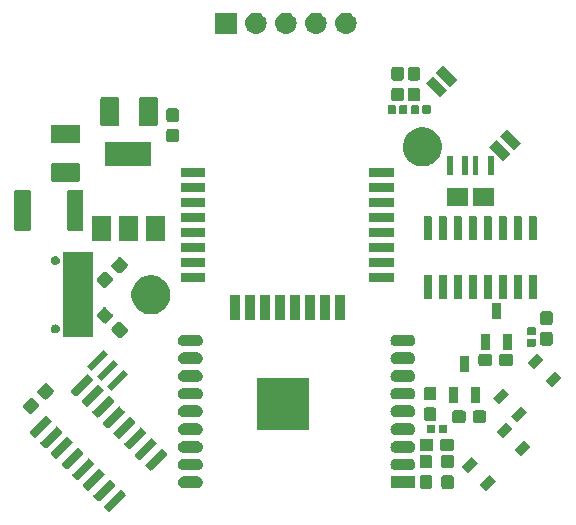
<source format=gbr>
G04 #@! TF.GenerationSoftware,KiCad,Pcbnew,(5.1.4-0-10_14)*
G04 #@! TF.CreationDate,2019-11-19T00:31:21+08:00*
G04 #@! TF.ProjectId,z2m_partner,7a326d5f-7061-4727-946e-65722e6b6963,rev?*
G04 #@! TF.SameCoordinates,Original*
G04 #@! TF.FileFunction,Soldermask,Top*
G04 #@! TF.FilePolarity,Negative*
%FSLAX46Y46*%
G04 Gerber Fmt 4.6, Leading zero omitted, Abs format (unit mm)*
G04 Created by KiCad (PCBNEW (5.1.4-0-10_14)) date 2019-11-19 00:31:21*
%MOMM*%
%LPD*%
G04 APERTURE LIST*
%ADD10C,0.100000*%
G04 APERTURE END LIST*
D10*
G36*
X170548225Y-119412063D02*
G01*
X170569306Y-119418459D01*
X170588742Y-119428847D01*
X170610539Y-119446735D01*
X170938444Y-119774640D01*
X170956332Y-119796437D01*
X170966720Y-119815873D01*
X170973116Y-119836954D01*
X170975275Y-119858882D01*
X170973116Y-119880810D01*
X170966720Y-119901891D01*
X170956332Y-119921327D01*
X170938444Y-119943124D01*
X169655945Y-121225623D01*
X169634148Y-121243511D01*
X169614712Y-121253899D01*
X169593631Y-121260295D01*
X169571703Y-121262454D01*
X169549775Y-121260295D01*
X169528694Y-121253899D01*
X169509258Y-121243511D01*
X169487461Y-121225623D01*
X169159556Y-120897718D01*
X169141668Y-120875921D01*
X169131280Y-120856485D01*
X169124884Y-120835404D01*
X169122725Y-120813476D01*
X169124884Y-120791548D01*
X169131280Y-120770467D01*
X169141668Y-120751031D01*
X169159556Y-120729234D01*
X170442055Y-119446735D01*
X170463852Y-119428847D01*
X170483288Y-119418459D01*
X170504369Y-119412063D01*
X170526297Y-119409904D01*
X170548225Y-119412063D01*
X170548225Y-119412063D01*
G37*
G36*
X169650200Y-118514037D02*
G01*
X169671281Y-118520433D01*
X169690717Y-118530821D01*
X169712514Y-118548709D01*
X170040419Y-118876614D01*
X170058307Y-118898411D01*
X170068695Y-118917847D01*
X170075091Y-118938928D01*
X170077250Y-118960856D01*
X170075091Y-118982784D01*
X170068695Y-119003865D01*
X170058307Y-119023301D01*
X170040419Y-119045098D01*
X168757920Y-120327597D01*
X168736123Y-120345485D01*
X168716687Y-120355873D01*
X168695606Y-120362269D01*
X168673678Y-120364428D01*
X168651750Y-120362269D01*
X168630669Y-120355873D01*
X168611233Y-120345485D01*
X168589436Y-120327597D01*
X168261531Y-119999692D01*
X168243643Y-119977895D01*
X168233255Y-119958459D01*
X168226859Y-119937378D01*
X168224700Y-119915450D01*
X168226859Y-119893522D01*
X168233255Y-119872441D01*
X168243643Y-119853005D01*
X168261531Y-119831208D01*
X169544030Y-118548709D01*
X169565827Y-118530821D01*
X169585263Y-118520433D01*
X169606344Y-118514037D01*
X169628272Y-118511878D01*
X169650200Y-118514037D01*
X169650200Y-118514037D01*
G37*
G36*
X202277059Y-118671965D02*
G01*
X201462472Y-119486552D01*
X200930727Y-118954807D01*
X201745314Y-118140220D01*
X202277059Y-118671965D01*
X202277059Y-118671965D01*
G37*
G36*
X168752174Y-117616012D02*
G01*
X168773255Y-117622408D01*
X168792691Y-117632796D01*
X168814488Y-117650684D01*
X169142393Y-117978589D01*
X169160281Y-118000386D01*
X169170669Y-118019822D01*
X169177065Y-118040903D01*
X169179224Y-118062831D01*
X169177065Y-118084759D01*
X169170669Y-118105840D01*
X169160281Y-118125276D01*
X169142393Y-118147073D01*
X167859894Y-119429572D01*
X167838097Y-119447460D01*
X167818661Y-119457848D01*
X167797580Y-119464244D01*
X167775652Y-119466403D01*
X167753724Y-119464244D01*
X167732643Y-119457848D01*
X167713207Y-119447460D01*
X167691410Y-119429572D01*
X167363505Y-119101667D01*
X167345617Y-119079870D01*
X167335229Y-119060434D01*
X167328833Y-119039353D01*
X167326674Y-119017425D01*
X167328833Y-118995497D01*
X167335229Y-118974416D01*
X167345617Y-118954980D01*
X167363505Y-118933183D01*
X168646004Y-117650684D01*
X168667801Y-117632796D01*
X168687237Y-117622408D01*
X168708318Y-117616012D01*
X168730246Y-117613853D01*
X168752174Y-117616012D01*
X168752174Y-117616012D01*
G37*
G36*
X196744499Y-118168445D02*
G01*
X196781995Y-118179820D01*
X196816554Y-118198292D01*
X196846847Y-118223153D01*
X196871708Y-118253446D01*
X196890180Y-118288005D01*
X196901555Y-118325501D01*
X196906000Y-118370638D01*
X196906000Y-119109362D01*
X196901555Y-119154499D01*
X196890180Y-119191995D01*
X196871708Y-119226554D01*
X196846847Y-119256847D01*
X196816554Y-119281708D01*
X196781995Y-119300180D01*
X196744499Y-119311555D01*
X196699362Y-119316000D01*
X196060638Y-119316000D01*
X196015501Y-119311555D01*
X195978005Y-119300180D01*
X195943446Y-119281708D01*
X195913153Y-119256847D01*
X195888292Y-119226554D01*
X195869820Y-119191995D01*
X195858445Y-119154499D01*
X195854000Y-119109362D01*
X195854000Y-118370638D01*
X195858445Y-118325501D01*
X195869820Y-118288005D01*
X195888292Y-118253446D01*
X195913153Y-118223153D01*
X195943446Y-118198292D01*
X195978005Y-118179820D01*
X196015501Y-118168445D01*
X196060638Y-118164000D01*
X196699362Y-118164000D01*
X196744499Y-118168445D01*
X196744499Y-118168445D01*
G37*
G36*
X198584499Y-118158445D02*
G01*
X198621995Y-118169820D01*
X198656554Y-118188292D01*
X198686847Y-118213153D01*
X198711708Y-118243446D01*
X198730180Y-118278005D01*
X198741555Y-118315501D01*
X198746000Y-118360638D01*
X198746000Y-119099362D01*
X198741555Y-119144499D01*
X198730180Y-119181995D01*
X198711708Y-119216554D01*
X198686847Y-119246847D01*
X198656554Y-119271708D01*
X198621995Y-119290180D01*
X198584499Y-119301555D01*
X198539362Y-119306000D01*
X197900638Y-119306000D01*
X197855501Y-119301555D01*
X197818005Y-119290180D01*
X197783446Y-119271708D01*
X197753153Y-119246847D01*
X197728292Y-119216554D01*
X197709820Y-119181995D01*
X197698445Y-119144499D01*
X197694000Y-119099362D01*
X197694000Y-118360638D01*
X197698445Y-118315501D01*
X197709820Y-118278005D01*
X197728292Y-118243446D01*
X197753153Y-118213153D01*
X197783446Y-118188292D01*
X197818005Y-118169820D01*
X197855501Y-118158445D01*
X197900638Y-118154000D01*
X198539362Y-118154000D01*
X198584499Y-118158445D01*
X198584499Y-118158445D01*
G37*
G36*
X177085213Y-118251249D02*
G01*
X177179652Y-118279897D01*
X177266687Y-118326418D01*
X177342975Y-118389025D01*
X177405582Y-118465313D01*
X177452103Y-118552348D01*
X177480751Y-118646787D01*
X177490424Y-118745000D01*
X177480751Y-118843213D01*
X177452103Y-118937652D01*
X177405582Y-119024687D01*
X177342975Y-119100975D01*
X177266687Y-119163582D01*
X177179652Y-119210103D01*
X177085213Y-119238751D01*
X177011612Y-119246000D01*
X175862388Y-119246000D01*
X175788787Y-119238751D01*
X175694348Y-119210103D01*
X175607313Y-119163582D01*
X175531025Y-119100975D01*
X175468418Y-119024687D01*
X175421897Y-118937652D01*
X175393249Y-118843213D01*
X175383576Y-118745000D01*
X175393249Y-118646787D01*
X175421897Y-118552348D01*
X175468418Y-118465313D01*
X175531025Y-118389025D01*
X175607313Y-118326418D01*
X175694348Y-118279897D01*
X175788787Y-118251249D01*
X175862388Y-118244000D01*
X177011612Y-118244000D01*
X177085213Y-118251249D01*
X177085213Y-118251249D01*
G37*
G36*
X195488000Y-119246000D02*
G01*
X193386000Y-119246000D01*
X193386000Y-118244000D01*
X195488000Y-118244000D01*
X195488000Y-119246000D01*
X195488000Y-119246000D01*
G37*
G36*
X167854149Y-116717986D02*
G01*
X167875230Y-116724382D01*
X167894666Y-116734770D01*
X167916463Y-116752658D01*
X168244368Y-117080563D01*
X168262256Y-117102360D01*
X168272644Y-117121796D01*
X168279040Y-117142877D01*
X168281199Y-117164805D01*
X168279040Y-117186733D01*
X168272644Y-117207814D01*
X168262256Y-117227250D01*
X168244368Y-117249047D01*
X166961869Y-118531546D01*
X166940072Y-118549434D01*
X166920636Y-118559822D01*
X166899555Y-118566218D01*
X166877627Y-118568377D01*
X166855699Y-118566218D01*
X166834618Y-118559822D01*
X166815182Y-118549434D01*
X166793385Y-118531546D01*
X166465480Y-118203641D01*
X166447592Y-118181844D01*
X166437204Y-118162408D01*
X166430808Y-118141327D01*
X166428649Y-118119399D01*
X166430808Y-118097471D01*
X166437204Y-118076390D01*
X166447592Y-118056954D01*
X166465480Y-118035157D01*
X167747979Y-116752658D01*
X167769776Y-116734770D01*
X167789212Y-116724382D01*
X167810293Y-116717986D01*
X167832221Y-116715827D01*
X167854149Y-116717986D01*
X167854149Y-116717986D01*
G37*
G36*
X200756780Y-117151686D02*
G01*
X199942193Y-117966273D01*
X199410448Y-117434528D01*
X200225035Y-116619941D01*
X200756780Y-117151686D01*
X200756780Y-117151686D01*
G37*
G36*
X174048404Y-115911884D02*
G01*
X174069485Y-115918280D01*
X174088921Y-115928668D01*
X174110718Y-115946556D01*
X174438623Y-116274461D01*
X174456511Y-116296258D01*
X174466899Y-116315694D01*
X174473295Y-116336775D01*
X174475454Y-116358703D01*
X174473295Y-116380631D01*
X174466899Y-116401712D01*
X174456511Y-116421148D01*
X174438623Y-116442945D01*
X173156124Y-117725444D01*
X173134327Y-117743332D01*
X173114891Y-117753720D01*
X173093810Y-117760116D01*
X173071882Y-117762275D01*
X173049954Y-117760116D01*
X173028873Y-117753720D01*
X173009437Y-117743332D01*
X172987640Y-117725444D01*
X172659735Y-117397539D01*
X172641847Y-117375742D01*
X172631459Y-117356306D01*
X172625063Y-117335225D01*
X172622904Y-117313297D01*
X172625063Y-117291369D01*
X172631459Y-117270288D01*
X172641847Y-117250852D01*
X172659735Y-117229055D01*
X173942234Y-115946556D01*
X173964031Y-115928668D01*
X173983467Y-115918280D01*
X174004548Y-115911884D01*
X174026476Y-115909725D01*
X174048404Y-115911884D01*
X174048404Y-115911884D01*
G37*
G36*
X177085213Y-116751249D02*
G01*
X177179652Y-116779897D01*
X177266687Y-116826418D01*
X177342975Y-116889025D01*
X177405582Y-116965313D01*
X177452103Y-117052348D01*
X177480751Y-117146787D01*
X177490424Y-117245000D01*
X177480751Y-117343213D01*
X177452103Y-117437652D01*
X177405582Y-117524687D01*
X177342975Y-117600975D01*
X177266687Y-117663582D01*
X177179652Y-117710103D01*
X177085213Y-117738751D01*
X177011612Y-117746000D01*
X175862388Y-117746000D01*
X175788787Y-117738751D01*
X175694348Y-117710103D01*
X175607313Y-117663582D01*
X175531025Y-117600975D01*
X175468418Y-117524687D01*
X175421897Y-117437652D01*
X175393249Y-117343213D01*
X175383576Y-117245000D01*
X175393249Y-117146787D01*
X175421897Y-117052348D01*
X175468418Y-116965313D01*
X175531025Y-116889025D01*
X175607313Y-116826418D01*
X175694348Y-116779897D01*
X175788787Y-116751249D01*
X175862388Y-116744000D01*
X177011612Y-116744000D01*
X177085213Y-116751249D01*
X177085213Y-116751249D01*
G37*
G36*
X195085213Y-116751249D02*
G01*
X195179652Y-116779897D01*
X195266687Y-116826418D01*
X195342975Y-116889025D01*
X195405582Y-116965313D01*
X195452103Y-117052348D01*
X195480751Y-117146787D01*
X195490424Y-117245000D01*
X195480751Y-117343213D01*
X195452103Y-117437652D01*
X195405582Y-117524687D01*
X195342975Y-117600975D01*
X195266687Y-117663582D01*
X195179652Y-117710103D01*
X195085213Y-117738751D01*
X195011612Y-117746000D01*
X193862388Y-117746000D01*
X193788787Y-117738751D01*
X193694348Y-117710103D01*
X193607313Y-117663582D01*
X193531025Y-117600975D01*
X193468418Y-117524687D01*
X193421897Y-117437652D01*
X193393249Y-117343213D01*
X193383576Y-117245000D01*
X193393249Y-117146787D01*
X193421897Y-117052348D01*
X193468418Y-116965313D01*
X193531025Y-116889025D01*
X193607313Y-116826418D01*
X193694348Y-116779897D01*
X193788787Y-116751249D01*
X193862388Y-116744000D01*
X195011612Y-116744000D01*
X195085213Y-116751249D01*
X195085213Y-116751249D01*
G37*
G36*
X166956123Y-115819960D02*
G01*
X166977204Y-115826356D01*
X166996640Y-115836744D01*
X167018437Y-115854632D01*
X167346342Y-116182537D01*
X167364230Y-116204334D01*
X167374618Y-116223770D01*
X167381014Y-116244851D01*
X167383173Y-116266779D01*
X167381014Y-116288707D01*
X167374618Y-116309788D01*
X167364230Y-116329224D01*
X167346342Y-116351021D01*
X166063843Y-117633520D01*
X166042046Y-117651408D01*
X166022610Y-117661796D01*
X166001529Y-117668192D01*
X165979601Y-117670351D01*
X165957673Y-117668192D01*
X165936592Y-117661796D01*
X165917156Y-117651408D01*
X165895359Y-117633520D01*
X165567454Y-117305615D01*
X165549566Y-117283818D01*
X165539178Y-117264382D01*
X165532782Y-117243301D01*
X165530623Y-117221373D01*
X165532782Y-117199445D01*
X165539178Y-117178364D01*
X165549566Y-117158928D01*
X165567454Y-117137131D01*
X166849953Y-115854632D01*
X166871750Y-115836744D01*
X166891186Y-115826356D01*
X166912267Y-115819960D01*
X166934195Y-115817801D01*
X166956123Y-115819960D01*
X166956123Y-115819960D01*
G37*
G36*
X196744499Y-116418445D02*
G01*
X196781995Y-116429820D01*
X196816554Y-116448292D01*
X196846847Y-116473153D01*
X196871708Y-116503446D01*
X196890180Y-116538005D01*
X196901555Y-116575501D01*
X196906000Y-116620638D01*
X196906000Y-117359362D01*
X196901555Y-117404499D01*
X196890180Y-117441995D01*
X196871708Y-117476554D01*
X196846847Y-117506847D01*
X196816554Y-117531708D01*
X196781995Y-117550180D01*
X196744499Y-117561555D01*
X196699362Y-117566000D01*
X196060638Y-117566000D01*
X196015501Y-117561555D01*
X195978005Y-117550180D01*
X195943446Y-117531708D01*
X195913153Y-117506847D01*
X195888292Y-117476554D01*
X195869820Y-117441995D01*
X195858445Y-117404499D01*
X195854000Y-117359362D01*
X195854000Y-116620638D01*
X195858445Y-116575501D01*
X195869820Y-116538005D01*
X195888292Y-116503446D01*
X195913153Y-116473153D01*
X195943446Y-116448292D01*
X195978005Y-116429820D01*
X196015501Y-116418445D01*
X196060638Y-116414000D01*
X196699362Y-116414000D01*
X196744499Y-116418445D01*
X196744499Y-116418445D01*
G37*
G36*
X198584499Y-116408445D02*
G01*
X198621995Y-116419820D01*
X198656554Y-116438292D01*
X198686847Y-116463153D01*
X198711708Y-116493446D01*
X198730180Y-116528005D01*
X198741555Y-116565501D01*
X198746000Y-116610638D01*
X198746000Y-117349362D01*
X198741555Y-117394499D01*
X198730180Y-117431995D01*
X198711708Y-117466554D01*
X198686847Y-117496847D01*
X198656554Y-117521708D01*
X198621995Y-117540180D01*
X198584499Y-117551555D01*
X198539362Y-117556000D01*
X197900638Y-117556000D01*
X197855501Y-117551555D01*
X197818005Y-117540180D01*
X197783446Y-117521708D01*
X197753153Y-117496847D01*
X197728292Y-117466554D01*
X197709820Y-117431995D01*
X197698445Y-117394499D01*
X197694000Y-117349362D01*
X197694000Y-116610638D01*
X197698445Y-116565501D01*
X197709820Y-116528005D01*
X197728292Y-116493446D01*
X197753153Y-116463153D01*
X197783446Y-116438292D01*
X197818005Y-116419820D01*
X197855501Y-116408445D01*
X197900638Y-116404000D01*
X198539362Y-116404000D01*
X198584499Y-116408445D01*
X198584499Y-116408445D01*
G37*
G36*
X173150378Y-115013859D02*
G01*
X173171459Y-115020255D01*
X173190895Y-115030643D01*
X173212692Y-115048531D01*
X173540597Y-115376436D01*
X173558485Y-115398233D01*
X173568873Y-115417669D01*
X173575269Y-115438750D01*
X173577428Y-115460678D01*
X173575269Y-115482606D01*
X173568873Y-115503687D01*
X173558485Y-115523123D01*
X173540597Y-115544920D01*
X172258098Y-116827419D01*
X172236301Y-116845307D01*
X172216865Y-116855695D01*
X172195784Y-116862091D01*
X172173856Y-116864250D01*
X172151928Y-116862091D01*
X172130847Y-116855695D01*
X172111411Y-116845307D01*
X172089614Y-116827419D01*
X171761709Y-116499514D01*
X171743821Y-116477717D01*
X171733433Y-116458281D01*
X171727037Y-116437200D01*
X171724878Y-116415272D01*
X171727037Y-116393344D01*
X171733433Y-116372263D01*
X171743821Y-116352827D01*
X171761709Y-116331030D01*
X173044208Y-115048531D01*
X173066005Y-115030643D01*
X173085441Y-115020255D01*
X173106522Y-115013859D01*
X173128450Y-115011700D01*
X173150378Y-115013859D01*
X173150378Y-115013859D01*
G37*
G36*
X166058097Y-114921935D02*
G01*
X166079178Y-114928331D01*
X166098614Y-114938719D01*
X166120411Y-114956607D01*
X166448316Y-115284512D01*
X166466204Y-115306309D01*
X166476592Y-115325745D01*
X166482988Y-115346826D01*
X166485147Y-115368754D01*
X166482988Y-115390682D01*
X166476592Y-115411763D01*
X166466204Y-115431199D01*
X166448316Y-115452996D01*
X165165817Y-116735495D01*
X165144020Y-116753383D01*
X165124584Y-116763771D01*
X165103503Y-116770167D01*
X165081575Y-116772326D01*
X165059647Y-116770167D01*
X165038566Y-116763771D01*
X165019130Y-116753383D01*
X164997333Y-116735495D01*
X164669428Y-116407590D01*
X164651540Y-116385793D01*
X164641152Y-116366357D01*
X164634756Y-116345276D01*
X164632597Y-116323348D01*
X164634756Y-116301420D01*
X164641152Y-116280339D01*
X164651540Y-116260903D01*
X164669428Y-116239106D01*
X165951927Y-114956607D01*
X165973724Y-114938719D01*
X165993160Y-114928331D01*
X166014241Y-114921935D01*
X166036169Y-114919776D01*
X166058097Y-114921935D01*
X166058097Y-114921935D01*
G37*
G36*
X205211552Y-115737472D02*
G01*
X204396965Y-116552059D01*
X203865220Y-116020314D01*
X204679807Y-115205727D01*
X205211552Y-115737472D01*
X205211552Y-115737472D01*
G37*
G36*
X177085213Y-115251249D02*
G01*
X177179652Y-115279897D01*
X177266687Y-115326418D01*
X177342975Y-115389025D01*
X177405582Y-115465313D01*
X177452103Y-115552348D01*
X177480751Y-115646787D01*
X177490424Y-115745000D01*
X177480751Y-115843213D01*
X177452103Y-115937652D01*
X177405582Y-116024687D01*
X177342975Y-116100975D01*
X177266687Y-116163582D01*
X177179652Y-116210103D01*
X177085213Y-116238751D01*
X177011612Y-116246000D01*
X175862388Y-116246000D01*
X175788787Y-116238751D01*
X175694348Y-116210103D01*
X175607313Y-116163582D01*
X175531025Y-116100975D01*
X175468418Y-116024687D01*
X175421897Y-115937652D01*
X175393249Y-115843213D01*
X175383576Y-115745000D01*
X175393249Y-115646787D01*
X175421897Y-115552348D01*
X175468418Y-115465313D01*
X175531025Y-115389025D01*
X175607313Y-115326418D01*
X175694348Y-115279897D01*
X175788787Y-115251249D01*
X175862388Y-115244000D01*
X177011612Y-115244000D01*
X177085213Y-115251249D01*
X177085213Y-115251249D01*
G37*
G36*
X195085213Y-115251249D02*
G01*
X195179652Y-115279897D01*
X195266687Y-115326418D01*
X195342975Y-115389025D01*
X195405582Y-115465313D01*
X195452103Y-115552348D01*
X195480751Y-115646787D01*
X195490424Y-115745000D01*
X195480751Y-115843213D01*
X195452103Y-115937652D01*
X195405582Y-116024687D01*
X195342975Y-116100975D01*
X195266687Y-116163582D01*
X195179652Y-116210103D01*
X195085213Y-116238751D01*
X195011612Y-116246000D01*
X193862388Y-116246000D01*
X193788787Y-116238751D01*
X193694348Y-116210103D01*
X193607313Y-116163582D01*
X193531025Y-116100975D01*
X193468418Y-116024687D01*
X193421897Y-115937652D01*
X193393249Y-115843213D01*
X193383576Y-115745000D01*
X193393249Y-115646787D01*
X193421897Y-115552348D01*
X193468418Y-115465313D01*
X193531025Y-115389025D01*
X193607313Y-115326418D01*
X193694348Y-115279897D01*
X193788787Y-115251249D01*
X193862388Y-115244000D01*
X195011612Y-115244000D01*
X195085213Y-115251249D01*
X195085213Y-115251249D01*
G37*
G36*
X196844499Y-115058445D02*
G01*
X196881995Y-115069820D01*
X196916554Y-115088292D01*
X196946847Y-115113153D01*
X196971708Y-115143446D01*
X196990180Y-115178005D01*
X197001555Y-115215501D01*
X197006000Y-115260638D01*
X197006000Y-115899362D01*
X197001555Y-115944499D01*
X196990180Y-115981995D01*
X196971708Y-116016554D01*
X196946847Y-116046847D01*
X196916554Y-116071708D01*
X196881995Y-116090180D01*
X196844499Y-116101555D01*
X196799362Y-116106000D01*
X196060638Y-116106000D01*
X196015501Y-116101555D01*
X195978005Y-116090180D01*
X195943446Y-116071708D01*
X195913153Y-116046847D01*
X195888292Y-116016554D01*
X195869820Y-115981995D01*
X195858445Y-115944499D01*
X195854000Y-115899362D01*
X195854000Y-115260638D01*
X195858445Y-115215501D01*
X195869820Y-115178005D01*
X195888292Y-115143446D01*
X195913153Y-115113153D01*
X195943446Y-115088292D01*
X195978005Y-115069820D01*
X196015501Y-115058445D01*
X196060638Y-115054000D01*
X196799362Y-115054000D01*
X196844499Y-115058445D01*
X196844499Y-115058445D01*
G37*
G36*
X198594499Y-115058445D02*
G01*
X198631995Y-115069820D01*
X198666554Y-115088292D01*
X198696847Y-115113153D01*
X198721708Y-115143446D01*
X198740180Y-115178005D01*
X198751555Y-115215501D01*
X198756000Y-115260638D01*
X198756000Y-115899362D01*
X198751555Y-115944499D01*
X198740180Y-115981995D01*
X198721708Y-116016554D01*
X198696847Y-116046847D01*
X198666554Y-116071708D01*
X198631995Y-116090180D01*
X198594499Y-116101555D01*
X198549362Y-116106000D01*
X197810638Y-116106000D01*
X197765501Y-116101555D01*
X197728005Y-116090180D01*
X197693446Y-116071708D01*
X197663153Y-116046847D01*
X197638292Y-116016554D01*
X197619820Y-115981995D01*
X197608445Y-115944499D01*
X197604000Y-115899362D01*
X197604000Y-115260638D01*
X197608445Y-115215501D01*
X197619820Y-115178005D01*
X197638292Y-115143446D01*
X197663153Y-115113153D01*
X197693446Y-115088292D01*
X197728005Y-115069820D01*
X197765501Y-115058445D01*
X197810638Y-115054000D01*
X198549362Y-115054000D01*
X198594499Y-115058445D01*
X198594499Y-115058445D01*
G37*
G36*
X172252353Y-114115833D02*
G01*
X172273434Y-114122229D01*
X172292870Y-114132617D01*
X172314667Y-114150505D01*
X172642572Y-114478410D01*
X172660460Y-114500207D01*
X172670848Y-114519643D01*
X172677244Y-114540724D01*
X172679403Y-114562652D01*
X172677244Y-114584580D01*
X172670848Y-114605661D01*
X172660460Y-114625097D01*
X172642572Y-114646894D01*
X171360073Y-115929393D01*
X171338276Y-115947281D01*
X171318840Y-115957669D01*
X171297759Y-115964065D01*
X171275831Y-115966224D01*
X171253903Y-115964065D01*
X171232822Y-115957669D01*
X171213386Y-115947281D01*
X171191589Y-115929393D01*
X170863684Y-115601488D01*
X170845796Y-115579691D01*
X170835408Y-115560255D01*
X170829012Y-115539174D01*
X170826853Y-115517246D01*
X170829012Y-115495318D01*
X170835408Y-115474237D01*
X170845796Y-115454801D01*
X170863684Y-115433004D01*
X172146183Y-114150505D01*
X172167980Y-114132617D01*
X172187416Y-114122229D01*
X172208497Y-114115833D01*
X172230425Y-114113674D01*
X172252353Y-114115833D01*
X172252353Y-114115833D01*
G37*
G36*
X165160072Y-114023909D02*
G01*
X165181153Y-114030305D01*
X165200589Y-114040693D01*
X165222386Y-114058581D01*
X165550291Y-114386486D01*
X165568179Y-114408283D01*
X165578567Y-114427719D01*
X165584963Y-114448800D01*
X165587122Y-114470728D01*
X165584963Y-114492656D01*
X165578567Y-114513737D01*
X165568179Y-114533173D01*
X165550291Y-114554970D01*
X164267792Y-115837469D01*
X164245995Y-115855357D01*
X164226559Y-115865745D01*
X164205478Y-115872141D01*
X164183550Y-115874300D01*
X164161622Y-115872141D01*
X164140541Y-115865745D01*
X164121105Y-115855357D01*
X164099308Y-115837469D01*
X163771403Y-115509564D01*
X163753515Y-115487767D01*
X163743127Y-115468331D01*
X163736731Y-115447250D01*
X163734572Y-115425322D01*
X163736731Y-115403394D01*
X163743127Y-115382313D01*
X163753515Y-115362877D01*
X163771403Y-115341080D01*
X165053902Y-114058581D01*
X165075699Y-114040693D01*
X165095135Y-114030305D01*
X165116216Y-114023909D01*
X165138144Y-114021750D01*
X165160072Y-114023909D01*
X165160072Y-114023909D01*
G37*
G36*
X171354327Y-113217808D02*
G01*
X171375408Y-113224204D01*
X171394844Y-113234592D01*
X171416641Y-113252480D01*
X171744546Y-113580385D01*
X171762434Y-113602182D01*
X171772822Y-113621618D01*
X171779218Y-113642699D01*
X171781377Y-113664627D01*
X171779218Y-113686555D01*
X171772822Y-113707636D01*
X171762434Y-113727072D01*
X171744546Y-113748869D01*
X170462047Y-115031368D01*
X170440250Y-115049256D01*
X170420814Y-115059644D01*
X170399733Y-115066040D01*
X170377805Y-115068199D01*
X170355877Y-115066040D01*
X170334796Y-115059644D01*
X170315360Y-115049256D01*
X170293563Y-115031368D01*
X169965658Y-114703463D01*
X169947770Y-114681666D01*
X169937382Y-114662230D01*
X169930986Y-114641149D01*
X169928827Y-114619221D01*
X169930986Y-114597293D01*
X169937382Y-114576212D01*
X169947770Y-114556776D01*
X169965658Y-114534979D01*
X171248157Y-113252480D01*
X171269954Y-113234592D01*
X171289390Y-113224204D01*
X171310471Y-113217808D01*
X171332399Y-113215649D01*
X171354327Y-113217808D01*
X171354327Y-113217808D01*
G37*
G36*
X203691273Y-114217193D02*
G01*
X202876686Y-115031780D01*
X202344941Y-114500035D01*
X203159528Y-113685448D01*
X203691273Y-114217193D01*
X203691273Y-114217193D01*
G37*
G36*
X164262046Y-113125884D02*
G01*
X164283127Y-113132280D01*
X164302563Y-113142668D01*
X164324360Y-113160556D01*
X164652265Y-113488461D01*
X164670153Y-113510258D01*
X164680541Y-113529694D01*
X164686937Y-113550775D01*
X164689096Y-113572703D01*
X164686937Y-113594631D01*
X164680541Y-113615712D01*
X164670153Y-113635148D01*
X164652265Y-113656945D01*
X163369766Y-114939444D01*
X163347969Y-114957332D01*
X163328533Y-114967720D01*
X163307452Y-114974116D01*
X163285524Y-114976275D01*
X163263596Y-114974116D01*
X163242515Y-114967720D01*
X163223079Y-114957332D01*
X163201282Y-114939444D01*
X162873377Y-114611539D01*
X162855489Y-114589742D01*
X162845101Y-114570306D01*
X162838705Y-114549225D01*
X162836546Y-114527297D01*
X162838705Y-114505369D01*
X162845101Y-114484288D01*
X162855489Y-114464852D01*
X162873377Y-114443055D01*
X164155876Y-113160556D01*
X164177673Y-113142668D01*
X164197109Y-113132280D01*
X164218190Y-113125884D01*
X164240118Y-113123725D01*
X164262046Y-113125884D01*
X164262046Y-113125884D01*
G37*
G36*
X177085213Y-113751249D02*
G01*
X177179652Y-113779897D01*
X177266687Y-113826418D01*
X177342975Y-113889025D01*
X177405582Y-113965313D01*
X177452103Y-114052348D01*
X177480751Y-114146787D01*
X177490424Y-114245000D01*
X177480751Y-114343213D01*
X177452103Y-114437652D01*
X177405582Y-114524687D01*
X177342975Y-114600975D01*
X177266687Y-114663582D01*
X177179652Y-114710103D01*
X177085213Y-114738751D01*
X177011612Y-114746000D01*
X175862388Y-114746000D01*
X175788787Y-114738751D01*
X175694348Y-114710103D01*
X175607313Y-114663582D01*
X175531025Y-114600975D01*
X175468418Y-114524687D01*
X175421897Y-114437652D01*
X175393249Y-114343213D01*
X175383576Y-114245000D01*
X175393249Y-114146787D01*
X175421897Y-114052348D01*
X175468418Y-113965313D01*
X175531025Y-113889025D01*
X175607313Y-113826418D01*
X175694348Y-113779897D01*
X175788787Y-113751249D01*
X175862388Y-113744000D01*
X177011612Y-113744000D01*
X177085213Y-113751249D01*
X177085213Y-113751249D01*
G37*
G36*
X195085213Y-113751249D02*
G01*
X195179652Y-113779897D01*
X195266687Y-113826418D01*
X195342975Y-113889025D01*
X195405582Y-113965313D01*
X195452103Y-114052348D01*
X195480751Y-114146787D01*
X195490424Y-114245000D01*
X195480751Y-114343213D01*
X195452103Y-114437652D01*
X195405582Y-114524687D01*
X195342975Y-114600975D01*
X195266687Y-114663582D01*
X195179652Y-114710103D01*
X195085213Y-114738751D01*
X195011612Y-114746000D01*
X193862388Y-114746000D01*
X193788787Y-114738751D01*
X193694348Y-114710103D01*
X193607313Y-114663582D01*
X193531025Y-114600975D01*
X193468418Y-114524687D01*
X193421897Y-114437652D01*
X193393249Y-114343213D01*
X193383576Y-114245000D01*
X193393249Y-114146787D01*
X193421897Y-114052348D01*
X193468418Y-113965313D01*
X193531025Y-113889025D01*
X193607313Y-113826418D01*
X193694348Y-113779897D01*
X193788787Y-113751249D01*
X193862388Y-113744000D01*
X195011612Y-113744000D01*
X195085213Y-113751249D01*
X195085213Y-113751249D01*
G37*
G36*
X197101938Y-113871716D02*
G01*
X197122557Y-113877971D01*
X197141553Y-113888124D01*
X197158208Y-113901792D01*
X197171876Y-113918447D01*
X197182029Y-113937443D01*
X197188284Y-113958062D01*
X197191000Y-113985640D01*
X197191000Y-114494360D01*
X197188284Y-114521938D01*
X197182029Y-114542557D01*
X197171876Y-114561553D01*
X197158208Y-114578208D01*
X197141553Y-114591876D01*
X197122557Y-114602029D01*
X197101938Y-114608284D01*
X197074360Y-114611000D01*
X196615640Y-114611000D01*
X196588062Y-114608284D01*
X196567443Y-114602029D01*
X196548447Y-114591876D01*
X196531792Y-114578208D01*
X196518124Y-114561553D01*
X196507971Y-114542557D01*
X196501716Y-114521938D01*
X196499000Y-114494360D01*
X196499000Y-113985640D01*
X196501716Y-113958062D01*
X196507971Y-113937443D01*
X196518124Y-113918447D01*
X196531792Y-113901792D01*
X196548447Y-113888124D01*
X196567443Y-113877971D01*
X196588062Y-113871716D01*
X196615640Y-113869000D01*
X197074360Y-113869000D01*
X197101938Y-113871716D01*
X197101938Y-113871716D01*
G37*
G36*
X198071938Y-113871716D02*
G01*
X198092557Y-113877971D01*
X198111553Y-113888124D01*
X198128208Y-113901792D01*
X198141876Y-113918447D01*
X198152029Y-113937443D01*
X198158284Y-113958062D01*
X198161000Y-113985640D01*
X198161000Y-114494360D01*
X198158284Y-114521938D01*
X198152029Y-114542557D01*
X198141876Y-114561553D01*
X198128208Y-114578208D01*
X198111553Y-114591876D01*
X198092557Y-114602029D01*
X198071938Y-114608284D01*
X198044360Y-114611000D01*
X197585640Y-114611000D01*
X197558062Y-114608284D01*
X197537443Y-114602029D01*
X197518447Y-114591876D01*
X197501792Y-114578208D01*
X197488124Y-114561553D01*
X197477971Y-114542557D01*
X197471716Y-114521938D01*
X197469000Y-114494360D01*
X197469000Y-113985640D01*
X197471716Y-113958062D01*
X197477971Y-113937443D01*
X197488124Y-113918447D01*
X197501792Y-113901792D01*
X197518447Y-113888124D01*
X197537443Y-113877971D01*
X197558062Y-113871716D01*
X197585640Y-113869000D01*
X198044360Y-113869000D01*
X198071938Y-113871716D01*
X198071938Y-113871716D01*
G37*
G36*
X186518000Y-114366000D02*
G01*
X182116000Y-114366000D01*
X182116000Y-109964000D01*
X186518000Y-109964000D01*
X186518000Y-114366000D01*
X186518000Y-114366000D01*
G37*
G36*
X170456301Y-112319782D02*
G01*
X170477382Y-112326178D01*
X170496818Y-112336566D01*
X170518615Y-112354454D01*
X170846520Y-112682359D01*
X170864408Y-112704156D01*
X170874796Y-112723592D01*
X170881192Y-112744673D01*
X170883351Y-112766601D01*
X170881192Y-112788529D01*
X170874796Y-112809610D01*
X170864408Y-112829046D01*
X170846520Y-112850843D01*
X169564021Y-114133342D01*
X169542224Y-114151230D01*
X169522788Y-114161618D01*
X169501707Y-114168014D01*
X169479779Y-114170173D01*
X169457851Y-114168014D01*
X169436770Y-114161618D01*
X169417334Y-114151230D01*
X169395537Y-114133342D01*
X169067632Y-113805437D01*
X169049744Y-113783640D01*
X169039356Y-113764204D01*
X169032960Y-113743123D01*
X169030801Y-113721195D01*
X169032960Y-113699267D01*
X169039356Y-113678186D01*
X169049744Y-113658750D01*
X169067632Y-113636953D01*
X170350131Y-112354454D01*
X170371928Y-112336566D01*
X170391364Y-112326178D01*
X170412445Y-112319782D01*
X170434373Y-112317623D01*
X170456301Y-112319782D01*
X170456301Y-112319782D01*
G37*
G36*
X201329499Y-112678445D02*
G01*
X201366995Y-112689820D01*
X201401554Y-112708292D01*
X201431847Y-112733153D01*
X201456708Y-112763446D01*
X201475180Y-112798005D01*
X201486555Y-112835501D01*
X201491000Y-112880638D01*
X201491000Y-113519362D01*
X201486555Y-113564499D01*
X201475180Y-113601995D01*
X201456708Y-113636554D01*
X201431847Y-113666847D01*
X201401554Y-113691708D01*
X201366995Y-113710180D01*
X201329499Y-113721555D01*
X201284362Y-113726000D01*
X200545638Y-113726000D01*
X200500501Y-113721555D01*
X200463005Y-113710180D01*
X200428446Y-113691708D01*
X200398153Y-113666847D01*
X200373292Y-113636554D01*
X200354820Y-113601995D01*
X200343445Y-113564499D01*
X200339000Y-113519362D01*
X200339000Y-112880638D01*
X200343445Y-112835501D01*
X200354820Y-112798005D01*
X200373292Y-112763446D01*
X200398153Y-112733153D01*
X200428446Y-112708292D01*
X200463005Y-112689820D01*
X200500501Y-112678445D01*
X200545638Y-112674000D01*
X201284362Y-112674000D01*
X201329499Y-112678445D01*
X201329499Y-112678445D01*
G37*
G36*
X199579499Y-112678445D02*
G01*
X199616995Y-112689820D01*
X199651554Y-112708292D01*
X199681847Y-112733153D01*
X199706708Y-112763446D01*
X199725180Y-112798005D01*
X199736555Y-112835501D01*
X199741000Y-112880638D01*
X199741000Y-113519362D01*
X199736555Y-113564499D01*
X199725180Y-113601995D01*
X199706708Y-113636554D01*
X199681847Y-113666847D01*
X199651554Y-113691708D01*
X199616995Y-113710180D01*
X199579499Y-113721555D01*
X199534362Y-113726000D01*
X198795638Y-113726000D01*
X198750501Y-113721555D01*
X198713005Y-113710180D01*
X198678446Y-113691708D01*
X198648153Y-113666847D01*
X198623292Y-113636554D01*
X198604820Y-113601995D01*
X198593445Y-113564499D01*
X198589000Y-113519362D01*
X198589000Y-112880638D01*
X198593445Y-112835501D01*
X198604820Y-112798005D01*
X198623292Y-112763446D01*
X198648153Y-112733153D01*
X198678446Y-112708292D01*
X198713005Y-112689820D01*
X198750501Y-112678445D01*
X198795638Y-112674000D01*
X199534362Y-112674000D01*
X199579499Y-112678445D01*
X199579499Y-112678445D01*
G37*
G36*
X204944059Y-112829965D02*
G01*
X204129472Y-113644552D01*
X203597727Y-113112807D01*
X204412314Y-112298220D01*
X204944059Y-112829965D01*
X204944059Y-112829965D01*
G37*
G36*
X197104499Y-112423445D02*
G01*
X197141995Y-112434820D01*
X197176554Y-112453292D01*
X197206847Y-112478153D01*
X197231708Y-112508446D01*
X197250180Y-112543005D01*
X197261555Y-112580501D01*
X197266000Y-112625638D01*
X197266000Y-113364362D01*
X197261555Y-113409499D01*
X197250180Y-113446995D01*
X197231708Y-113481554D01*
X197206847Y-113511847D01*
X197176554Y-113536708D01*
X197141995Y-113555180D01*
X197104499Y-113566555D01*
X197059362Y-113571000D01*
X196420638Y-113571000D01*
X196375501Y-113566555D01*
X196338005Y-113555180D01*
X196303446Y-113536708D01*
X196273153Y-113511847D01*
X196248292Y-113481554D01*
X196229820Y-113446995D01*
X196218445Y-113409499D01*
X196214000Y-113364362D01*
X196214000Y-112625638D01*
X196218445Y-112580501D01*
X196229820Y-112543005D01*
X196248292Y-112508446D01*
X196273153Y-112478153D01*
X196303446Y-112453292D01*
X196338005Y-112434820D01*
X196375501Y-112423445D01*
X196420638Y-112419000D01*
X197059362Y-112419000D01*
X197104499Y-112423445D01*
X197104499Y-112423445D01*
G37*
G36*
X169558276Y-111421756D02*
G01*
X169579357Y-111428152D01*
X169598793Y-111438540D01*
X169620590Y-111456428D01*
X169948495Y-111784333D01*
X169966383Y-111806130D01*
X169976771Y-111825566D01*
X169983167Y-111846647D01*
X169985326Y-111868575D01*
X169983167Y-111890503D01*
X169976771Y-111911584D01*
X169966383Y-111931020D01*
X169948495Y-111952817D01*
X168665996Y-113235316D01*
X168644199Y-113253204D01*
X168624763Y-113263592D01*
X168603682Y-113269988D01*
X168581754Y-113272147D01*
X168559826Y-113269988D01*
X168538745Y-113263592D01*
X168519309Y-113253204D01*
X168497512Y-113235316D01*
X168169607Y-112907411D01*
X168151719Y-112885614D01*
X168141331Y-112866178D01*
X168134935Y-112845097D01*
X168132776Y-112823169D01*
X168134935Y-112801241D01*
X168141331Y-112780160D01*
X168151719Y-112760724D01*
X168169607Y-112738927D01*
X169452106Y-111456428D01*
X169473903Y-111438540D01*
X169493339Y-111428152D01*
X169514420Y-111421756D01*
X169536348Y-111419597D01*
X169558276Y-111421756D01*
X169558276Y-111421756D01*
G37*
G36*
X177085213Y-112251249D02*
G01*
X177179652Y-112279897D01*
X177266687Y-112326418D01*
X177342975Y-112389025D01*
X177405582Y-112465313D01*
X177452103Y-112552348D01*
X177480751Y-112646787D01*
X177490424Y-112745000D01*
X177480751Y-112843213D01*
X177452103Y-112937652D01*
X177405582Y-113024687D01*
X177342975Y-113100975D01*
X177266687Y-113163582D01*
X177179652Y-113210103D01*
X177085213Y-113238751D01*
X177011612Y-113246000D01*
X175862388Y-113246000D01*
X175788787Y-113238751D01*
X175694348Y-113210103D01*
X175607313Y-113163582D01*
X175531025Y-113100975D01*
X175468418Y-113024687D01*
X175421897Y-112937652D01*
X175393249Y-112843213D01*
X175383576Y-112745000D01*
X175393249Y-112646787D01*
X175421897Y-112552348D01*
X175468418Y-112465313D01*
X175531025Y-112389025D01*
X175607313Y-112326418D01*
X175694348Y-112279897D01*
X175788787Y-112251249D01*
X175862388Y-112244000D01*
X177011612Y-112244000D01*
X177085213Y-112251249D01*
X177085213Y-112251249D01*
G37*
G36*
X195085213Y-112251249D02*
G01*
X195179652Y-112279897D01*
X195266687Y-112326418D01*
X195342975Y-112389025D01*
X195405582Y-112465313D01*
X195452103Y-112552348D01*
X195480751Y-112646787D01*
X195490424Y-112745000D01*
X195480751Y-112843213D01*
X195452103Y-112937652D01*
X195405582Y-113024687D01*
X195342975Y-113100975D01*
X195266687Y-113163582D01*
X195179652Y-113210103D01*
X195085213Y-113238751D01*
X195011612Y-113246000D01*
X193862388Y-113246000D01*
X193788787Y-113238751D01*
X193694348Y-113210103D01*
X193607313Y-113163582D01*
X193531025Y-113100975D01*
X193468418Y-113024687D01*
X193421897Y-112937652D01*
X193393249Y-112843213D01*
X193383576Y-112745000D01*
X193393249Y-112646787D01*
X193421897Y-112552348D01*
X193468418Y-112465313D01*
X193531025Y-112389025D01*
X193607313Y-112326418D01*
X193694348Y-112279897D01*
X193788787Y-112251249D01*
X193862388Y-112244000D01*
X195011612Y-112244000D01*
X195085213Y-112251249D01*
X195085213Y-112251249D01*
G37*
G36*
X163015636Y-111596981D02*
G01*
X163053132Y-111608356D01*
X163087691Y-111626828D01*
X163122755Y-111655604D01*
X163574396Y-112107245D01*
X163603172Y-112142309D01*
X163621644Y-112176868D01*
X163633019Y-112214364D01*
X163636859Y-112253363D01*
X163633019Y-112292362D01*
X163621644Y-112329858D01*
X163603172Y-112364417D01*
X163574396Y-112399481D01*
X163052045Y-112921832D01*
X163016981Y-112950608D01*
X162982422Y-112969080D01*
X162944926Y-112980455D01*
X162905927Y-112984295D01*
X162866928Y-112980455D01*
X162829432Y-112969080D01*
X162794873Y-112950608D01*
X162759809Y-112921832D01*
X162308168Y-112470191D01*
X162279392Y-112435127D01*
X162260920Y-112400568D01*
X162249545Y-112363072D01*
X162245705Y-112324073D01*
X162249545Y-112285074D01*
X162260920Y-112247578D01*
X162279392Y-112213019D01*
X162308168Y-112177955D01*
X162830519Y-111655604D01*
X162865583Y-111626828D01*
X162900142Y-111608356D01*
X162937638Y-111596981D01*
X162976637Y-111593141D01*
X163015636Y-111596981D01*
X163015636Y-111596981D01*
G37*
G36*
X168660250Y-110523731D02*
G01*
X168681331Y-110530127D01*
X168700767Y-110540515D01*
X168722564Y-110558403D01*
X169050469Y-110886308D01*
X169068357Y-110908105D01*
X169078745Y-110927541D01*
X169085141Y-110948622D01*
X169087300Y-110970550D01*
X169085141Y-110992478D01*
X169078745Y-111013559D01*
X169068357Y-111032995D01*
X169050469Y-111054792D01*
X167767970Y-112337291D01*
X167746173Y-112355179D01*
X167726737Y-112365567D01*
X167705656Y-112371963D01*
X167683728Y-112374122D01*
X167661800Y-112371963D01*
X167640719Y-112365567D01*
X167621283Y-112355179D01*
X167599486Y-112337291D01*
X167271581Y-112009386D01*
X167253693Y-111987589D01*
X167243305Y-111968153D01*
X167236909Y-111947072D01*
X167234750Y-111925144D01*
X167236909Y-111903216D01*
X167243305Y-111882135D01*
X167253693Y-111862699D01*
X167271581Y-111840902D01*
X168554080Y-110558403D01*
X168575877Y-110540515D01*
X168595313Y-110530127D01*
X168616394Y-110523731D01*
X168638322Y-110521572D01*
X168660250Y-110523731D01*
X168660250Y-110523731D01*
G37*
G36*
X203423780Y-111309686D02*
G01*
X202609193Y-112124273D01*
X202077448Y-111592528D01*
X202892035Y-110777941D01*
X203423780Y-111309686D01*
X203423780Y-111309686D01*
G37*
G36*
X200976000Y-112001000D02*
G01*
X200224000Y-112001000D01*
X200224000Y-110679000D01*
X200976000Y-110679000D01*
X200976000Y-112001000D01*
X200976000Y-112001000D01*
G37*
G36*
X199076000Y-112001000D02*
G01*
X198324000Y-112001000D01*
X198324000Y-110679000D01*
X199076000Y-110679000D01*
X199076000Y-112001000D01*
X199076000Y-112001000D01*
G37*
G36*
X197104499Y-110673445D02*
G01*
X197141995Y-110684820D01*
X197176554Y-110703292D01*
X197206847Y-110728153D01*
X197231708Y-110758446D01*
X197250180Y-110793005D01*
X197261555Y-110830501D01*
X197266000Y-110875638D01*
X197266000Y-111614362D01*
X197261555Y-111659499D01*
X197250180Y-111696995D01*
X197231708Y-111731554D01*
X197206847Y-111761847D01*
X197176554Y-111786708D01*
X197141995Y-111805180D01*
X197104499Y-111816555D01*
X197059362Y-111821000D01*
X196420638Y-111821000D01*
X196375501Y-111816555D01*
X196338005Y-111805180D01*
X196303446Y-111786708D01*
X196273153Y-111761847D01*
X196248292Y-111731554D01*
X196229820Y-111696995D01*
X196218445Y-111659499D01*
X196214000Y-111614362D01*
X196214000Y-110875638D01*
X196218445Y-110830501D01*
X196229820Y-110793005D01*
X196248292Y-110758446D01*
X196273153Y-110728153D01*
X196303446Y-110703292D01*
X196338005Y-110684820D01*
X196375501Y-110673445D01*
X196420638Y-110669000D01*
X197059362Y-110669000D01*
X197104499Y-110673445D01*
X197104499Y-110673445D01*
G37*
G36*
X164253072Y-110359545D02*
G01*
X164290568Y-110370920D01*
X164325127Y-110389392D01*
X164360191Y-110418168D01*
X164811832Y-110869809D01*
X164840608Y-110904873D01*
X164859080Y-110939432D01*
X164870455Y-110976928D01*
X164874295Y-111015927D01*
X164870455Y-111054926D01*
X164859080Y-111092422D01*
X164840608Y-111126981D01*
X164811832Y-111162045D01*
X164289481Y-111684396D01*
X164254417Y-111713172D01*
X164219858Y-111731644D01*
X164182362Y-111743019D01*
X164143363Y-111746859D01*
X164104364Y-111743019D01*
X164066868Y-111731644D01*
X164032309Y-111713172D01*
X163997245Y-111684396D01*
X163545604Y-111232755D01*
X163516828Y-111197691D01*
X163498356Y-111163132D01*
X163486981Y-111125636D01*
X163483141Y-111086637D01*
X163486981Y-111047638D01*
X163498356Y-111010142D01*
X163516828Y-110975583D01*
X163545604Y-110940519D01*
X164067955Y-110418168D01*
X164103019Y-110389392D01*
X164137578Y-110370920D01*
X164175074Y-110359545D01*
X164214073Y-110355705D01*
X164253072Y-110359545D01*
X164253072Y-110359545D01*
G37*
G36*
X195085213Y-110751249D02*
G01*
X195179652Y-110779897D01*
X195266687Y-110826418D01*
X195342975Y-110889025D01*
X195405582Y-110965313D01*
X195452103Y-111052348D01*
X195480751Y-111146787D01*
X195490424Y-111245000D01*
X195480751Y-111343213D01*
X195452103Y-111437652D01*
X195405582Y-111524687D01*
X195342975Y-111600975D01*
X195266687Y-111663582D01*
X195179652Y-111710103D01*
X195085213Y-111738751D01*
X195011612Y-111746000D01*
X193862388Y-111746000D01*
X193788787Y-111738751D01*
X193694348Y-111710103D01*
X193607313Y-111663582D01*
X193531025Y-111600975D01*
X193468418Y-111524687D01*
X193421897Y-111437652D01*
X193393249Y-111343213D01*
X193383576Y-111245000D01*
X193393249Y-111146787D01*
X193421897Y-111052348D01*
X193468418Y-110965313D01*
X193531025Y-110889025D01*
X193607313Y-110826418D01*
X193694348Y-110779897D01*
X193788787Y-110751249D01*
X193862388Y-110744000D01*
X195011612Y-110744000D01*
X195085213Y-110751249D01*
X195085213Y-110751249D01*
G37*
G36*
X177085213Y-110751249D02*
G01*
X177179652Y-110779897D01*
X177266687Y-110826418D01*
X177342975Y-110889025D01*
X177405582Y-110965313D01*
X177452103Y-111052348D01*
X177480751Y-111146787D01*
X177490424Y-111245000D01*
X177480751Y-111343213D01*
X177452103Y-111437652D01*
X177405582Y-111524687D01*
X177342975Y-111600975D01*
X177266687Y-111663582D01*
X177179652Y-111710103D01*
X177085213Y-111738751D01*
X177011612Y-111746000D01*
X175862388Y-111746000D01*
X175788787Y-111738751D01*
X175694348Y-111710103D01*
X175607313Y-111663582D01*
X175531025Y-111600975D01*
X175468418Y-111524687D01*
X175421897Y-111437652D01*
X175393249Y-111343213D01*
X175383576Y-111245000D01*
X175393249Y-111146787D01*
X175421897Y-111052348D01*
X175468418Y-110965313D01*
X175531025Y-110889025D01*
X175607313Y-110826418D01*
X175694348Y-110779897D01*
X175788787Y-110751249D01*
X175862388Y-110744000D01*
X177011612Y-110744000D01*
X177085213Y-110751249D01*
X177085213Y-110751249D01*
G37*
G36*
X167762225Y-109625705D02*
G01*
X167783306Y-109632101D01*
X167802742Y-109642489D01*
X167824539Y-109660377D01*
X168152444Y-109988282D01*
X168170332Y-110010079D01*
X168180720Y-110029515D01*
X168187116Y-110050596D01*
X168189275Y-110072524D01*
X168187116Y-110094452D01*
X168180720Y-110115533D01*
X168170332Y-110134969D01*
X168152444Y-110156766D01*
X166869945Y-111439265D01*
X166848148Y-111457153D01*
X166828712Y-111467541D01*
X166807631Y-111473937D01*
X166785703Y-111476096D01*
X166763775Y-111473937D01*
X166742694Y-111467541D01*
X166723258Y-111457153D01*
X166701461Y-111439265D01*
X166373556Y-111111360D01*
X166355668Y-111089563D01*
X166345280Y-111070127D01*
X166338884Y-111049046D01*
X166336725Y-111027118D01*
X166338884Y-111005190D01*
X166345280Y-110984109D01*
X166355668Y-110964673D01*
X166373556Y-110942876D01*
X167656055Y-109660377D01*
X167677852Y-109642489D01*
X167697288Y-109632101D01*
X167718369Y-109625705D01*
X167740297Y-109623546D01*
X167762225Y-109625705D01*
X167762225Y-109625705D01*
G37*
G36*
X171163826Y-109578198D02*
G01*
X169748198Y-110993826D01*
X169393230Y-110638858D01*
X170808858Y-109223230D01*
X171163826Y-109578198D01*
X171163826Y-109578198D01*
G37*
G36*
X207878552Y-109895472D02*
G01*
X207063965Y-110710059D01*
X206532220Y-110178314D01*
X207346807Y-109363727D01*
X207878552Y-109895472D01*
X207878552Y-109895472D01*
G37*
G36*
X195085213Y-109251249D02*
G01*
X195179652Y-109279897D01*
X195266687Y-109326418D01*
X195342975Y-109389025D01*
X195405582Y-109465313D01*
X195452103Y-109552348D01*
X195480751Y-109646787D01*
X195490424Y-109745000D01*
X195480751Y-109843213D01*
X195452103Y-109937652D01*
X195405582Y-110024687D01*
X195342975Y-110100975D01*
X195266687Y-110163582D01*
X195179652Y-110210103D01*
X195085213Y-110238751D01*
X195011612Y-110246000D01*
X193862388Y-110246000D01*
X193788787Y-110238751D01*
X193694348Y-110210103D01*
X193607313Y-110163582D01*
X193531025Y-110100975D01*
X193468418Y-110024687D01*
X193421897Y-109937652D01*
X193393249Y-109843213D01*
X193383576Y-109745000D01*
X193393249Y-109646787D01*
X193421897Y-109552348D01*
X193468418Y-109465313D01*
X193531025Y-109389025D01*
X193607313Y-109326418D01*
X193694348Y-109279897D01*
X193788787Y-109251249D01*
X193862388Y-109244000D01*
X195011612Y-109244000D01*
X195085213Y-109251249D01*
X195085213Y-109251249D01*
G37*
G36*
X177085213Y-109251249D02*
G01*
X177179652Y-109279897D01*
X177266687Y-109326418D01*
X177342975Y-109389025D01*
X177405582Y-109465313D01*
X177452103Y-109552348D01*
X177480751Y-109646787D01*
X177490424Y-109745000D01*
X177480751Y-109843213D01*
X177452103Y-109937652D01*
X177405582Y-110024687D01*
X177342975Y-110100975D01*
X177266687Y-110163582D01*
X177179652Y-110210103D01*
X177085213Y-110238751D01*
X177011612Y-110246000D01*
X175862388Y-110246000D01*
X175788787Y-110238751D01*
X175694348Y-110210103D01*
X175607313Y-110163582D01*
X175531025Y-110100975D01*
X175468418Y-110024687D01*
X175421897Y-109937652D01*
X175393249Y-109843213D01*
X175383576Y-109745000D01*
X175393249Y-109646787D01*
X175421897Y-109552348D01*
X175468418Y-109465313D01*
X175531025Y-109389025D01*
X175607313Y-109326418D01*
X175694348Y-109279897D01*
X175788787Y-109251249D01*
X175862388Y-109244000D01*
X177011612Y-109244000D01*
X177085213Y-109251249D01*
X177085213Y-109251249D01*
G37*
G36*
X170315298Y-108729670D02*
G01*
X168899670Y-110145298D01*
X168544702Y-109790330D01*
X169960330Y-108374702D01*
X170315298Y-108729670D01*
X170315298Y-108729670D01*
G37*
G36*
X200026000Y-109381000D02*
G01*
X199274000Y-109381000D01*
X199274000Y-108059000D01*
X200026000Y-108059000D01*
X200026000Y-109381000D01*
X200026000Y-109381000D01*
G37*
G36*
X169466770Y-107881142D02*
G01*
X168051142Y-109296770D01*
X167696174Y-108941802D01*
X169111802Y-107526174D01*
X169466770Y-107881142D01*
X169466770Y-107881142D01*
G37*
G36*
X206358273Y-108375193D02*
G01*
X205543686Y-109189780D01*
X205011941Y-108658035D01*
X205826528Y-107843448D01*
X206358273Y-108375193D01*
X206358273Y-108375193D01*
G37*
G36*
X203574499Y-107858445D02*
G01*
X203611995Y-107869820D01*
X203646554Y-107888292D01*
X203676847Y-107913153D01*
X203701708Y-107943446D01*
X203720180Y-107978005D01*
X203731555Y-108015501D01*
X203736000Y-108060638D01*
X203736000Y-108699362D01*
X203731555Y-108744499D01*
X203720180Y-108781995D01*
X203701708Y-108816554D01*
X203676847Y-108846847D01*
X203646554Y-108871708D01*
X203611995Y-108890180D01*
X203574499Y-108901555D01*
X203529362Y-108906000D01*
X202790638Y-108906000D01*
X202745501Y-108901555D01*
X202708005Y-108890180D01*
X202673446Y-108871708D01*
X202643153Y-108846847D01*
X202618292Y-108816554D01*
X202599820Y-108781995D01*
X202588445Y-108744499D01*
X202584000Y-108699362D01*
X202584000Y-108060638D01*
X202588445Y-108015501D01*
X202599820Y-107978005D01*
X202618292Y-107943446D01*
X202643153Y-107913153D01*
X202673446Y-107888292D01*
X202708005Y-107869820D01*
X202745501Y-107858445D01*
X202790638Y-107854000D01*
X203529362Y-107854000D01*
X203574499Y-107858445D01*
X203574499Y-107858445D01*
G37*
G36*
X201824499Y-107858445D02*
G01*
X201861995Y-107869820D01*
X201896554Y-107888292D01*
X201926847Y-107913153D01*
X201951708Y-107943446D01*
X201970180Y-107978005D01*
X201981555Y-108015501D01*
X201986000Y-108060638D01*
X201986000Y-108699362D01*
X201981555Y-108744499D01*
X201970180Y-108781995D01*
X201951708Y-108816554D01*
X201926847Y-108846847D01*
X201896554Y-108871708D01*
X201861995Y-108890180D01*
X201824499Y-108901555D01*
X201779362Y-108906000D01*
X201040638Y-108906000D01*
X200995501Y-108901555D01*
X200958005Y-108890180D01*
X200923446Y-108871708D01*
X200893153Y-108846847D01*
X200868292Y-108816554D01*
X200849820Y-108781995D01*
X200838445Y-108744499D01*
X200834000Y-108699362D01*
X200834000Y-108060638D01*
X200838445Y-108015501D01*
X200849820Y-107978005D01*
X200868292Y-107943446D01*
X200893153Y-107913153D01*
X200923446Y-107888292D01*
X200958005Y-107869820D01*
X200995501Y-107858445D01*
X201040638Y-107854000D01*
X201779362Y-107854000D01*
X201824499Y-107858445D01*
X201824499Y-107858445D01*
G37*
G36*
X195085213Y-107751249D02*
G01*
X195179652Y-107779897D01*
X195266687Y-107826418D01*
X195342975Y-107889025D01*
X195405582Y-107965313D01*
X195452103Y-108052348D01*
X195480751Y-108146787D01*
X195490424Y-108245000D01*
X195480751Y-108343213D01*
X195452103Y-108437652D01*
X195405582Y-108524687D01*
X195342975Y-108600975D01*
X195266687Y-108663582D01*
X195179652Y-108710103D01*
X195085213Y-108738751D01*
X195011612Y-108746000D01*
X193862388Y-108746000D01*
X193788787Y-108738751D01*
X193694348Y-108710103D01*
X193607313Y-108663582D01*
X193531025Y-108600975D01*
X193468418Y-108524687D01*
X193421897Y-108437652D01*
X193393249Y-108343213D01*
X193383576Y-108245000D01*
X193393249Y-108146787D01*
X193421897Y-108052348D01*
X193468418Y-107965313D01*
X193531025Y-107889025D01*
X193607313Y-107826418D01*
X193694348Y-107779897D01*
X193788787Y-107751249D01*
X193862388Y-107744000D01*
X195011612Y-107744000D01*
X195085213Y-107751249D01*
X195085213Y-107751249D01*
G37*
G36*
X177085213Y-107751249D02*
G01*
X177179652Y-107779897D01*
X177266687Y-107826418D01*
X177342975Y-107889025D01*
X177405582Y-107965313D01*
X177452103Y-108052348D01*
X177480751Y-108146787D01*
X177490424Y-108245000D01*
X177480751Y-108343213D01*
X177452103Y-108437652D01*
X177405582Y-108524687D01*
X177342975Y-108600975D01*
X177266687Y-108663582D01*
X177179652Y-108710103D01*
X177085213Y-108738751D01*
X177011612Y-108746000D01*
X175862388Y-108746000D01*
X175788787Y-108738751D01*
X175694348Y-108710103D01*
X175607313Y-108663582D01*
X175531025Y-108600975D01*
X175468418Y-108524687D01*
X175421897Y-108437652D01*
X175393249Y-108343213D01*
X175383576Y-108245000D01*
X175393249Y-108146787D01*
X175421897Y-108052348D01*
X175468418Y-107965313D01*
X175531025Y-107889025D01*
X175607313Y-107826418D01*
X175694348Y-107779897D01*
X175788787Y-107751249D01*
X175862388Y-107744000D01*
X177011612Y-107744000D01*
X177085213Y-107751249D01*
X177085213Y-107751249D01*
G37*
G36*
X203686000Y-107521000D02*
G01*
X202934000Y-107521000D01*
X202934000Y-106199000D01*
X203686000Y-106199000D01*
X203686000Y-107521000D01*
X203686000Y-107521000D01*
G37*
G36*
X201786000Y-107521000D02*
G01*
X201034000Y-107521000D01*
X201034000Y-106199000D01*
X201786000Y-106199000D01*
X201786000Y-107521000D01*
X201786000Y-107521000D01*
G37*
G36*
X205591938Y-106591716D02*
G01*
X205612557Y-106597971D01*
X205631553Y-106608124D01*
X205648208Y-106621792D01*
X205661876Y-106638447D01*
X205672029Y-106657443D01*
X205678284Y-106678062D01*
X205681000Y-106705640D01*
X205681000Y-107164360D01*
X205678284Y-107191938D01*
X205672029Y-107212557D01*
X205661876Y-107231553D01*
X205648208Y-107248208D01*
X205631553Y-107261876D01*
X205612557Y-107272029D01*
X205591938Y-107278284D01*
X205564360Y-107281000D01*
X205055640Y-107281000D01*
X205028062Y-107278284D01*
X205007443Y-107272029D01*
X204988447Y-107261876D01*
X204971792Y-107248208D01*
X204958124Y-107231553D01*
X204947971Y-107212557D01*
X204941716Y-107191938D01*
X204939000Y-107164360D01*
X204939000Y-106705640D01*
X204941716Y-106678062D01*
X204947971Y-106657443D01*
X204958124Y-106638447D01*
X204971792Y-106621792D01*
X204988447Y-106608124D01*
X205007443Y-106597971D01*
X205028062Y-106591716D01*
X205055640Y-106589000D01*
X205564360Y-106589000D01*
X205591938Y-106591716D01*
X205591938Y-106591716D01*
G37*
G36*
X195085213Y-106251249D02*
G01*
X195179652Y-106279897D01*
X195266687Y-106326418D01*
X195342975Y-106389025D01*
X195405582Y-106465313D01*
X195452103Y-106552348D01*
X195480751Y-106646787D01*
X195490424Y-106745000D01*
X195480751Y-106843213D01*
X195452103Y-106937652D01*
X195405582Y-107024687D01*
X195342975Y-107100975D01*
X195266687Y-107163582D01*
X195179652Y-107210103D01*
X195085213Y-107238751D01*
X195011612Y-107246000D01*
X193862388Y-107246000D01*
X193788787Y-107238751D01*
X193694348Y-107210103D01*
X193607313Y-107163582D01*
X193531025Y-107100975D01*
X193468418Y-107024687D01*
X193421897Y-106937652D01*
X193393249Y-106843213D01*
X193383576Y-106745000D01*
X193393249Y-106646787D01*
X193421897Y-106552348D01*
X193468418Y-106465313D01*
X193531025Y-106389025D01*
X193607313Y-106326418D01*
X193694348Y-106279897D01*
X193788787Y-106251249D01*
X193862388Y-106244000D01*
X195011612Y-106244000D01*
X195085213Y-106251249D01*
X195085213Y-106251249D01*
G37*
G36*
X177085213Y-106251249D02*
G01*
X177179652Y-106279897D01*
X177266687Y-106326418D01*
X177342975Y-106389025D01*
X177405582Y-106465313D01*
X177452103Y-106552348D01*
X177480751Y-106646787D01*
X177490424Y-106745000D01*
X177480751Y-106843213D01*
X177452103Y-106937652D01*
X177405582Y-107024687D01*
X177342975Y-107100975D01*
X177266687Y-107163582D01*
X177179652Y-107210103D01*
X177085213Y-107238751D01*
X177011612Y-107246000D01*
X175862388Y-107246000D01*
X175788787Y-107238751D01*
X175694348Y-107210103D01*
X175607313Y-107163582D01*
X175531025Y-107100975D01*
X175468418Y-107024687D01*
X175421897Y-106937652D01*
X175393249Y-106843213D01*
X175383576Y-106745000D01*
X175393249Y-106646787D01*
X175421897Y-106552348D01*
X175468418Y-106465313D01*
X175531025Y-106389025D01*
X175607313Y-106326418D01*
X175694348Y-106279897D01*
X175788787Y-106251249D01*
X175862388Y-106244000D01*
X177011612Y-106244000D01*
X177085213Y-106251249D01*
X177085213Y-106251249D01*
G37*
G36*
X206944499Y-106033445D02*
G01*
X206981995Y-106044820D01*
X207016554Y-106063292D01*
X207046847Y-106088153D01*
X207071708Y-106118446D01*
X207090180Y-106153005D01*
X207101555Y-106190501D01*
X207106000Y-106235638D01*
X207106000Y-106974362D01*
X207101555Y-107019499D01*
X207090180Y-107056995D01*
X207071708Y-107091554D01*
X207046847Y-107121847D01*
X207016554Y-107146708D01*
X206981995Y-107165180D01*
X206944499Y-107176555D01*
X206899362Y-107181000D01*
X206260638Y-107181000D01*
X206215501Y-107176555D01*
X206178005Y-107165180D01*
X206143446Y-107146708D01*
X206113153Y-107121847D01*
X206088292Y-107091554D01*
X206069820Y-107056995D01*
X206058445Y-107019499D01*
X206054000Y-106974362D01*
X206054000Y-106235638D01*
X206058445Y-106190501D01*
X206069820Y-106153005D01*
X206088292Y-106118446D01*
X206113153Y-106088153D01*
X206143446Y-106063292D01*
X206178005Y-106044820D01*
X206215501Y-106033445D01*
X206260638Y-106029000D01*
X206899362Y-106029000D01*
X206944499Y-106033445D01*
X206944499Y-106033445D01*
G37*
G36*
X170452362Y-105161981D02*
G01*
X170489858Y-105173356D01*
X170524417Y-105191828D01*
X170559481Y-105220604D01*
X171081832Y-105742955D01*
X171110608Y-105778019D01*
X171129080Y-105812578D01*
X171140455Y-105850074D01*
X171144295Y-105889073D01*
X171140455Y-105928072D01*
X171129080Y-105965568D01*
X171110608Y-106000127D01*
X171081832Y-106035191D01*
X170630191Y-106486832D01*
X170595127Y-106515608D01*
X170560568Y-106534080D01*
X170523072Y-106545455D01*
X170484073Y-106549295D01*
X170445074Y-106545455D01*
X170407578Y-106534080D01*
X170373019Y-106515608D01*
X170337955Y-106486832D01*
X169815604Y-105964481D01*
X169786828Y-105929417D01*
X169768356Y-105894858D01*
X169756981Y-105857362D01*
X169753141Y-105818363D01*
X169756981Y-105779364D01*
X169768356Y-105741868D01*
X169786828Y-105707309D01*
X169815604Y-105672245D01*
X170267245Y-105220604D01*
X170302309Y-105191828D01*
X170336868Y-105173356D01*
X170374364Y-105161981D01*
X170413363Y-105158141D01*
X170452362Y-105161981D01*
X170452362Y-105161981D01*
G37*
G36*
X168221000Y-106446000D02*
G01*
X165669000Y-106446000D01*
X165669000Y-99294000D01*
X168221000Y-99294000D01*
X168221000Y-106446000D01*
X168221000Y-106446000D01*
G37*
G36*
X205591938Y-105621716D02*
G01*
X205612557Y-105627971D01*
X205631553Y-105638124D01*
X205648208Y-105651792D01*
X205661876Y-105668447D01*
X205672029Y-105687443D01*
X205678284Y-105708062D01*
X205681000Y-105735640D01*
X205681000Y-106194360D01*
X205678284Y-106221938D01*
X205672029Y-106242557D01*
X205661876Y-106261553D01*
X205648208Y-106278208D01*
X205631553Y-106291876D01*
X205612557Y-106302029D01*
X205591938Y-106308284D01*
X205564360Y-106311000D01*
X205055640Y-106311000D01*
X205028062Y-106308284D01*
X205007443Y-106302029D01*
X204988447Y-106291876D01*
X204971792Y-106278208D01*
X204958124Y-106261553D01*
X204947971Y-106242557D01*
X204941716Y-106221938D01*
X204939000Y-106194360D01*
X204939000Y-105735640D01*
X204941716Y-105708062D01*
X204947971Y-105687443D01*
X204958124Y-105668447D01*
X204971792Y-105651792D01*
X204988447Y-105638124D01*
X205007443Y-105627971D01*
X205028062Y-105621716D01*
X205055640Y-105619000D01*
X205564360Y-105619000D01*
X205591938Y-105621716D01*
X205591938Y-105621716D01*
G37*
G36*
X165109672Y-105398449D02*
G01*
X165109674Y-105398450D01*
X165109675Y-105398450D01*
X165178103Y-105426793D01*
X165239686Y-105467942D01*
X165292058Y-105520314D01*
X165333207Y-105581897D01*
X165361550Y-105650325D01*
X165361551Y-105650328D01*
X165376000Y-105722966D01*
X165376000Y-105797034D01*
X165364000Y-105857362D01*
X165361550Y-105869675D01*
X165333207Y-105938103D01*
X165292058Y-105999686D01*
X165239686Y-106052058D01*
X165178103Y-106093207D01*
X165109675Y-106121550D01*
X165109674Y-106121550D01*
X165109672Y-106121551D01*
X165037034Y-106136000D01*
X164962966Y-106136000D01*
X164890328Y-106121551D01*
X164890326Y-106121550D01*
X164890325Y-106121550D01*
X164821897Y-106093207D01*
X164760314Y-106052058D01*
X164707942Y-105999686D01*
X164666793Y-105938103D01*
X164638450Y-105869675D01*
X164636001Y-105857362D01*
X164624000Y-105797034D01*
X164624000Y-105722966D01*
X164638449Y-105650328D01*
X164638450Y-105650325D01*
X164666793Y-105581897D01*
X164707942Y-105520314D01*
X164760314Y-105467942D01*
X164821897Y-105426793D01*
X164890325Y-105398450D01*
X164890326Y-105398450D01*
X164890328Y-105398449D01*
X164962966Y-105384000D01*
X165037034Y-105384000D01*
X165109672Y-105398449D01*
X165109672Y-105398449D01*
G37*
G36*
X206944499Y-104283445D02*
G01*
X206981995Y-104294820D01*
X207016554Y-104313292D01*
X207046847Y-104338153D01*
X207071708Y-104368446D01*
X207090180Y-104403005D01*
X207101555Y-104440501D01*
X207106000Y-104485638D01*
X207106000Y-105224362D01*
X207101555Y-105269499D01*
X207090180Y-105306995D01*
X207071708Y-105341554D01*
X207046847Y-105371847D01*
X207016554Y-105396708D01*
X206981995Y-105415180D01*
X206944499Y-105426555D01*
X206899362Y-105431000D01*
X206260638Y-105431000D01*
X206215501Y-105426555D01*
X206178005Y-105415180D01*
X206143446Y-105396708D01*
X206113153Y-105371847D01*
X206088292Y-105341554D01*
X206069820Y-105306995D01*
X206058445Y-105269499D01*
X206054000Y-105224362D01*
X206054000Y-104485638D01*
X206058445Y-104440501D01*
X206069820Y-104403005D01*
X206088292Y-104368446D01*
X206113153Y-104338153D01*
X206143446Y-104313292D01*
X206178005Y-104294820D01*
X206215501Y-104283445D01*
X206260638Y-104279000D01*
X206899362Y-104279000D01*
X206944499Y-104283445D01*
X206944499Y-104283445D01*
G37*
G36*
X169214926Y-103924545D02*
G01*
X169252422Y-103935920D01*
X169286981Y-103954392D01*
X169322045Y-103983168D01*
X169844396Y-104505519D01*
X169873172Y-104540583D01*
X169891644Y-104575142D01*
X169903019Y-104612638D01*
X169906859Y-104651637D01*
X169903019Y-104690636D01*
X169891644Y-104728132D01*
X169873172Y-104762691D01*
X169844396Y-104797755D01*
X169392755Y-105249396D01*
X169357691Y-105278172D01*
X169323132Y-105296644D01*
X169285636Y-105308019D01*
X169246637Y-105311859D01*
X169207638Y-105308019D01*
X169170142Y-105296644D01*
X169135583Y-105278172D01*
X169100519Y-105249396D01*
X168578168Y-104727045D01*
X168549392Y-104691981D01*
X168530920Y-104657422D01*
X168519545Y-104619926D01*
X168515705Y-104580927D01*
X168519545Y-104541928D01*
X168530920Y-104504432D01*
X168549392Y-104469873D01*
X168578168Y-104434809D01*
X169029809Y-103983168D01*
X169064873Y-103954392D01*
X169099432Y-103935920D01*
X169136928Y-103924545D01*
X169175927Y-103920705D01*
X169214926Y-103924545D01*
X169214926Y-103924545D01*
G37*
G36*
X186958000Y-105032000D02*
G01*
X186156000Y-105032000D01*
X186156000Y-102930000D01*
X186958000Y-102930000D01*
X186958000Y-105032000D01*
X186958000Y-105032000D01*
G37*
G36*
X185688000Y-105032000D02*
G01*
X184886000Y-105032000D01*
X184886000Y-102930000D01*
X185688000Y-102930000D01*
X185688000Y-105032000D01*
X185688000Y-105032000D01*
G37*
G36*
X184418000Y-105032000D02*
G01*
X183616000Y-105032000D01*
X183616000Y-102930000D01*
X184418000Y-102930000D01*
X184418000Y-105032000D01*
X184418000Y-105032000D01*
G37*
G36*
X183148000Y-105032000D02*
G01*
X182346000Y-105032000D01*
X182346000Y-102930000D01*
X183148000Y-102930000D01*
X183148000Y-105032000D01*
X183148000Y-105032000D01*
G37*
G36*
X181878000Y-105032000D02*
G01*
X181076000Y-105032000D01*
X181076000Y-102930000D01*
X181878000Y-102930000D01*
X181878000Y-105032000D01*
X181878000Y-105032000D01*
G37*
G36*
X180608000Y-105032000D02*
G01*
X179806000Y-105032000D01*
X179806000Y-102930000D01*
X180608000Y-102930000D01*
X180608000Y-105032000D01*
X180608000Y-105032000D01*
G37*
G36*
X189498000Y-105032000D02*
G01*
X188696000Y-105032000D01*
X188696000Y-102930000D01*
X189498000Y-102930000D01*
X189498000Y-105032000D01*
X189498000Y-105032000D01*
G37*
G36*
X188228000Y-105032000D02*
G01*
X187426000Y-105032000D01*
X187426000Y-102930000D01*
X188228000Y-102930000D01*
X188228000Y-105032000D01*
X188228000Y-105032000D01*
G37*
G36*
X202736000Y-104901000D02*
G01*
X201984000Y-104901000D01*
X201984000Y-103579000D01*
X202736000Y-103579000D01*
X202736000Y-104901000D01*
X202736000Y-104901000D01*
G37*
G36*
X173403360Y-101256997D02*
G01*
X173581579Y-101292447D01*
X173882042Y-101416903D01*
X174152451Y-101597585D01*
X174382415Y-101827549D01*
X174563097Y-102097958D01*
X174646405Y-102299080D01*
X174687553Y-102398422D01*
X174751000Y-102717389D01*
X174751000Y-103042611D01*
X174714077Y-103228236D01*
X174687553Y-103361579D01*
X174563097Y-103662042D01*
X174382415Y-103932451D01*
X174152451Y-104162415D01*
X173882042Y-104343097D01*
X173581579Y-104467553D01*
X173517591Y-104480281D01*
X173262611Y-104531000D01*
X172937389Y-104531000D01*
X172682409Y-104480281D01*
X172618421Y-104467553D01*
X172317958Y-104343097D01*
X172047549Y-104162415D01*
X171817585Y-103932451D01*
X171636903Y-103662042D01*
X171512447Y-103361579D01*
X171485923Y-103228236D01*
X171449000Y-103042611D01*
X171449000Y-102717389D01*
X171512447Y-102398422D01*
X171553596Y-102299080D01*
X171636903Y-102097958D01*
X171817585Y-101827549D01*
X172047549Y-101597585D01*
X172317958Y-101416903D01*
X172618421Y-101292447D01*
X172796640Y-101256997D01*
X172937389Y-101229000D01*
X173262611Y-101229000D01*
X173403360Y-101256997D01*
X173403360Y-101256997D01*
G37*
G36*
X205694928Y-101181764D02*
G01*
X205716009Y-101188160D01*
X205735445Y-101198548D01*
X205752476Y-101212524D01*
X205766452Y-101229555D01*
X205776840Y-101248991D01*
X205783236Y-101270072D01*
X205786000Y-101298140D01*
X205786000Y-103111860D01*
X205783236Y-103139928D01*
X205776840Y-103161009D01*
X205766452Y-103180445D01*
X205752476Y-103197476D01*
X205735445Y-103211452D01*
X205716009Y-103221840D01*
X205694928Y-103228236D01*
X205666860Y-103231000D01*
X205203140Y-103231000D01*
X205175072Y-103228236D01*
X205153991Y-103221840D01*
X205134555Y-103211452D01*
X205117524Y-103197476D01*
X205103548Y-103180445D01*
X205093160Y-103161009D01*
X205086764Y-103139928D01*
X205084000Y-103111860D01*
X205084000Y-101298140D01*
X205086764Y-101270072D01*
X205093160Y-101248991D01*
X205103548Y-101229555D01*
X205117524Y-101212524D01*
X205134555Y-101198548D01*
X205153991Y-101188160D01*
X205175072Y-101181764D01*
X205203140Y-101179000D01*
X205666860Y-101179000D01*
X205694928Y-101181764D01*
X205694928Y-101181764D01*
G37*
G36*
X204424928Y-101181764D02*
G01*
X204446009Y-101188160D01*
X204465445Y-101198548D01*
X204482476Y-101212524D01*
X204496452Y-101229555D01*
X204506840Y-101248991D01*
X204513236Y-101270072D01*
X204516000Y-101298140D01*
X204516000Y-103111860D01*
X204513236Y-103139928D01*
X204506840Y-103161009D01*
X204496452Y-103180445D01*
X204482476Y-103197476D01*
X204465445Y-103211452D01*
X204446009Y-103221840D01*
X204424928Y-103228236D01*
X204396860Y-103231000D01*
X203933140Y-103231000D01*
X203905072Y-103228236D01*
X203883991Y-103221840D01*
X203864555Y-103211452D01*
X203847524Y-103197476D01*
X203833548Y-103180445D01*
X203823160Y-103161009D01*
X203816764Y-103139928D01*
X203814000Y-103111860D01*
X203814000Y-101298140D01*
X203816764Y-101270072D01*
X203823160Y-101248991D01*
X203833548Y-101229555D01*
X203847524Y-101212524D01*
X203864555Y-101198548D01*
X203883991Y-101188160D01*
X203905072Y-101181764D01*
X203933140Y-101179000D01*
X204396860Y-101179000D01*
X204424928Y-101181764D01*
X204424928Y-101181764D01*
G37*
G36*
X203154928Y-101181764D02*
G01*
X203176009Y-101188160D01*
X203195445Y-101198548D01*
X203212476Y-101212524D01*
X203226452Y-101229555D01*
X203236840Y-101248991D01*
X203243236Y-101270072D01*
X203246000Y-101298140D01*
X203246000Y-103111860D01*
X203243236Y-103139928D01*
X203236840Y-103161009D01*
X203226452Y-103180445D01*
X203212476Y-103197476D01*
X203195445Y-103211452D01*
X203176009Y-103221840D01*
X203154928Y-103228236D01*
X203126860Y-103231000D01*
X202663140Y-103231000D01*
X202635072Y-103228236D01*
X202613991Y-103221840D01*
X202594555Y-103211452D01*
X202577524Y-103197476D01*
X202563548Y-103180445D01*
X202553160Y-103161009D01*
X202546764Y-103139928D01*
X202544000Y-103111860D01*
X202544000Y-101298140D01*
X202546764Y-101270072D01*
X202553160Y-101248991D01*
X202563548Y-101229555D01*
X202577524Y-101212524D01*
X202594555Y-101198548D01*
X202613991Y-101188160D01*
X202635072Y-101181764D01*
X202663140Y-101179000D01*
X203126860Y-101179000D01*
X203154928Y-101181764D01*
X203154928Y-101181764D01*
G37*
G36*
X201884928Y-101181764D02*
G01*
X201906009Y-101188160D01*
X201925445Y-101198548D01*
X201942476Y-101212524D01*
X201956452Y-101229555D01*
X201966840Y-101248991D01*
X201973236Y-101270072D01*
X201976000Y-101298140D01*
X201976000Y-103111860D01*
X201973236Y-103139928D01*
X201966840Y-103161009D01*
X201956452Y-103180445D01*
X201942476Y-103197476D01*
X201925445Y-103211452D01*
X201906009Y-103221840D01*
X201884928Y-103228236D01*
X201856860Y-103231000D01*
X201393140Y-103231000D01*
X201365072Y-103228236D01*
X201343991Y-103221840D01*
X201324555Y-103211452D01*
X201307524Y-103197476D01*
X201293548Y-103180445D01*
X201283160Y-103161009D01*
X201276764Y-103139928D01*
X201274000Y-103111860D01*
X201274000Y-101298140D01*
X201276764Y-101270072D01*
X201283160Y-101248991D01*
X201293548Y-101229555D01*
X201307524Y-101212524D01*
X201324555Y-101198548D01*
X201343991Y-101188160D01*
X201365072Y-101181764D01*
X201393140Y-101179000D01*
X201856860Y-101179000D01*
X201884928Y-101181764D01*
X201884928Y-101181764D01*
G37*
G36*
X200614928Y-101181764D02*
G01*
X200636009Y-101188160D01*
X200655445Y-101198548D01*
X200672476Y-101212524D01*
X200686452Y-101229555D01*
X200696840Y-101248991D01*
X200703236Y-101270072D01*
X200706000Y-101298140D01*
X200706000Y-103111860D01*
X200703236Y-103139928D01*
X200696840Y-103161009D01*
X200686452Y-103180445D01*
X200672476Y-103197476D01*
X200655445Y-103211452D01*
X200636009Y-103221840D01*
X200614928Y-103228236D01*
X200586860Y-103231000D01*
X200123140Y-103231000D01*
X200095072Y-103228236D01*
X200073991Y-103221840D01*
X200054555Y-103211452D01*
X200037524Y-103197476D01*
X200023548Y-103180445D01*
X200013160Y-103161009D01*
X200006764Y-103139928D01*
X200004000Y-103111860D01*
X200004000Y-101298140D01*
X200006764Y-101270072D01*
X200013160Y-101248991D01*
X200023548Y-101229555D01*
X200037524Y-101212524D01*
X200054555Y-101198548D01*
X200073991Y-101188160D01*
X200095072Y-101181764D01*
X200123140Y-101179000D01*
X200586860Y-101179000D01*
X200614928Y-101181764D01*
X200614928Y-101181764D01*
G37*
G36*
X199344928Y-101181764D02*
G01*
X199366009Y-101188160D01*
X199385445Y-101198548D01*
X199402476Y-101212524D01*
X199416452Y-101229555D01*
X199426840Y-101248991D01*
X199433236Y-101270072D01*
X199436000Y-101298140D01*
X199436000Y-103111860D01*
X199433236Y-103139928D01*
X199426840Y-103161009D01*
X199416452Y-103180445D01*
X199402476Y-103197476D01*
X199385445Y-103211452D01*
X199366009Y-103221840D01*
X199344928Y-103228236D01*
X199316860Y-103231000D01*
X198853140Y-103231000D01*
X198825072Y-103228236D01*
X198803991Y-103221840D01*
X198784555Y-103211452D01*
X198767524Y-103197476D01*
X198753548Y-103180445D01*
X198743160Y-103161009D01*
X198736764Y-103139928D01*
X198734000Y-103111860D01*
X198734000Y-101298140D01*
X198736764Y-101270072D01*
X198743160Y-101248991D01*
X198753548Y-101229555D01*
X198767524Y-101212524D01*
X198784555Y-101198548D01*
X198803991Y-101188160D01*
X198825072Y-101181764D01*
X198853140Y-101179000D01*
X199316860Y-101179000D01*
X199344928Y-101181764D01*
X199344928Y-101181764D01*
G37*
G36*
X198074928Y-101181764D02*
G01*
X198096009Y-101188160D01*
X198115445Y-101198548D01*
X198132476Y-101212524D01*
X198146452Y-101229555D01*
X198156840Y-101248991D01*
X198163236Y-101270072D01*
X198166000Y-101298140D01*
X198166000Y-103111860D01*
X198163236Y-103139928D01*
X198156840Y-103161009D01*
X198146452Y-103180445D01*
X198132476Y-103197476D01*
X198115445Y-103211452D01*
X198096009Y-103221840D01*
X198074928Y-103228236D01*
X198046860Y-103231000D01*
X197583140Y-103231000D01*
X197555072Y-103228236D01*
X197533991Y-103221840D01*
X197514555Y-103211452D01*
X197497524Y-103197476D01*
X197483548Y-103180445D01*
X197473160Y-103161009D01*
X197466764Y-103139928D01*
X197464000Y-103111860D01*
X197464000Y-101298140D01*
X197466764Y-101270072D01*
X197473160Y-101248991D01*
X197483548Y-101229555D01*
X197497524Y-101212524D01*
X197514555Y-101198548D01*
X197533991Y-101188160D01*
X197555072Y-101181764D01*
X197583140Y-101179000D01*
X198046860Y-101179000D01*
X198074928Y-101181764D01*
X198074928Y-101181764D01*
G37*
G36*
X196804928Y-101181764D02*
G01*
X196826009Y-101188160D01*
X196845445Y-101198548D01*
X196862476Y-101212524D01*
X196876452Y-101229555D01*
X196886840Y-101248991D01*
X196893236Y-101270072D01*
X196896000Y-101298140D01*
X196896000Y-103111860D01*
X196893236Y-103139928D01*
X196886840Y-103161009D01*
X196876452Y-103180445D01*
X196862476Y-103197476D01*
X196845445Y-103211452D01*
X196826009Y-103221840D01*
X196804928Y-103228236D01*
X196776860Y-103231000D01*
X196313140Y-103231000D01*
X196285072Y-103228236D01*
X196263991Y-103221840D01*
X196244555Y-103211452D01*
X196227524Y-103197476D01*
X196213548Y-103180445D01*
X196203160Y-103161009D01*
X196196764Y-103139928D01*
X196194000Y-103111860D01*
X196194000Y-101298140D01*
X196196764Y-101270072D01*
X196203160Y-101248991D01*
X196213548Y-101229555D01*
X196227524Y-101212524D01*
X196244555Y-101198548D01*
X196263991Y-101188160D01*
X196285072Y-101181764D01*
X196313140Y-101179000D01*
X196776860Y-101179000D01*
X196804928Y-101181764D01*
X196804928Y-101181764D01*
G37*
G36*
X169265636Y-100926981D02*
G01*
X169303132Y-100938356D01*
X169337691Y-100956828D01*
X169372755Y-100985604D01*
X169824396Y-101437245D01*
X169853172Y-101472309D01*
X169871644Y-101506868D01*
X169883019Y-101544364D01*
X169886859Y-101583363D01*
X169883019Y-101622362D01*
X169871644Y-101659858D01*
X169853172Y-101694417D01*
X169824396Y-101729481D01*
X169302045Y-102251832D01*
X169266981Y-102280608D01*
X169232422Y-102299080D01*
X169194926Y-102310455D01*
X169155927Y-102314295D01*
X169116928Y-102310455D01*
X169079432Y-102299080D01*
X169044873Y-102280608D01*
X169009809Y-102251832D01*
X168558168Y-101800191D01*
X168529392Y-101765127D01*
X168510920Y-101730568D01*
X168499545Y-101693072D01*
X168495705Y-101654073D01*
X168499545Y-101615074D01*
X168510920Y-101577578D01*
X168529392Y-101543019D01*
X168558168Y-101507955D01*
X169080519Y-100985604D01*
X169115583Y-100956828D01*
X169150142Y-100938356D01*
X169187638Y-100926981D01*
X169226637Y-100923141D01*
X169265636Y-100926981D01*
X169265636Y-100926981D01*
G37*
G36*
X177708000Y-101832000D02*
G01*
X175606000Y-101832000D01*
X175606000Y-101030000D01*
X177708000Y-101030000D01*
X177708000Y-101832000D01*
X177708000Y-101832000D01*
G37*
G36*
X193708000Y-101832000D02*
G01*
X191606000Y-101832000D01*
X191606000Y-101030000D01*
X193708000Y-101030000D01*
X193708000Y-101832000D01*
X193708000Y-101832000D01*
G37*
G36*
X170503072Y-99689545D02*
G01*
X170540568Y-99700920D01*
X170575127Y-99719392D01*
X170610191Y-99748168D01*
X171061832Y-100199809D01*
X171090608Y-100234873D01*
X171109080Y-100269432D01*
X171120455Y-100306928D01*
X171124295Y-100345927D01*
X171120455Y-100384926D01*
X171109080Y-100422422D01*
X171090608Y-100456981D01*
X171061832Y-100492045D01*
X170539481Y-101014396D01*
X170504417Y-101043172D01*
X170469858Y-101061644D01*
X170432362Y-101073019D01*
X170393363Y-101076859D01*
X170354364Y-101073019D01*
X170316868Y-101061644D01*
X170282309Y-101043172D01*
X170247245Y-101014396D01*
X169795604Y-100562755D01*
X169766828Y-100527691D01*
X169748356Y-100493132D01*
X169736981Y-100455636D01*
X169733141Y-100416637D01*
X169736981Y-100377638D01*
X169748356Y-100340142D01*
X169766828Y-100305583D01*
X169795604Y-100270519D01*
X170317955Y-99748168D01*
X170353019Y-99719392D01*
X170387578Y-99700920D01*
X170425074Y-99689545D01*
X170464073Y-99685705D01*
X170503072Y-99689545D01*
X170503072Y-99689545D01*
G37*
G36*
X193708000Y-100562000D02*
G01*
X191606000Y-100562000D01*
X191606000Y-99760000D01*
X193708000Y-99760000D01*
X193708000Y-100562000D01*
X193708000Y-100562000D01*
G37*
G36*
X177708000Y-100562000D02*
G01*
X175606000Y-100562000D01*
X175606000Y-99760000D01*
X177708000Y-99760000D01*
X177708000Y-100562000D01*
X177708000Y-100562000D01*
G37*
G36*
X165109672Y-99618449D02*
G01*
X165109674Y-99618450D01*
X165109675Y-99618450D01*
X165178103Y-99646793D01*
X165239686Y-99687942D01*
X165292058Y-99740314D01*
X165333207Y-99801897D01*
X165361550Y-99870325D01*
X165376000Y-99942967D01*
X165376000Y-100017033D01*
X165361550Y-100089675D01*
X165333207Y-100158103D01*
X165292058Y-100219686D01*
X165239686Y-100272058D01*
X165178103Y-100313207D01*
X165109675Y-100341550D01*
X165109674Y-100341550D01*
X165109672Y-100341551D01*
X165037034Y-100356000D01*
X164962966Y-100356000D01*
X164890328Y-100341551D01*
X164890326Y-100341550D01*
X164890325Y-100341550D01*
X164821897Y-100313207D01*
X164760314Y-100272058D01*
X164707942Y-100219686D01*
X164666793Y-100158103D01*
X164638450Y-100089675D01*
X164624000Y-100017033D01*
X164624000Y-99942967D01*
X164638450Y-99870325D01*
X164666793Y-99801897D01*
X164707942Y-99740314D01*
X164760314Y-99687942D01*
X164821897Y-99646793D01*
X164890325Y-99618450D01*
X164890326Y-99618450D01*
X164890328Y-99618449D01*
X164962966Y-99604000D01*
X165037034Y-99604000D01*
X165109672Y-99618449D01*
X165109672Y-99618449D01*
G37*
G36*
X193708000Y-99292000D02*
G01*
X191606000Y-99292000D01*
X191606000Y-98490000D01*
X193708000Y-98490000D01*
X193708000Y-99292000D01*
X193708000Y-99292000D01*
G37*
G36*
X177708000Y-99292000D02*
G01*
X175606000Y-99292000D01*
X175606000Y-98490000D01*
X177708000Y-98490000D01*
X177708000Y-99292000D01*
X177708000Y-99292000D01*
G37*
G36*
X171997000Y-98308000D02*
G01*
X170395000Y-98308000D01*
X170395000Y-96206000D01*
X171997000Y-96206000D01*
X171997000Y-98308000D01*
X171997000Y-98308000D01*
G37*
G36*
X174297000Y-98308000D02*
G01*
X172695000Y-98308000D01*
X172695000Y-96206000D01*
X174297000Y-96206000D01*
X174297000Y-98308000D01*
X174297000Y-98308000D01*
G37*
G36*
X169697000Y-98308000D02*
G01*
X168095000Y-98308000D01*
X168095000Y-96206000D01*
X169697000Y-96206000D01*
X169697000Y-98308000D01*
X169697000Y-98308000D01*
G37*
G36*
X199344928Y-96231764D02*
G01*
X199366009Y-96238160D01*
X199385445Y-96248548D01*
X199402476Y-96262524D01*
X199416452Y-96279555D01*
X199426840Y-96298991D01*
X199433236Y-96320072D01*
X199436000Y-96348140D01*
X199436000Y-98161860D01*
X199433236Y-98189928D01*
X199426840Y-98211009D01*
X199416452Y-98230445D01*
X199402476Y-98247476D01*
X199385445Y-98261452D01*
X199366009Y-98271840D01*
X199344928Y-98278236D01*
X199316860Y-98281000D01*
X198853140Y-98281000D01*
X198825072Y-98278236D01*
X198803991Y-98271840D01*
X198784555Y-98261452D01*
X198767524Y-98247476D01*
X198753548Y-98230445D01*
X198743160Y-98211009D01*
X198736764Y-98189928D01*
X198734000Y-98161860D01*
X198734000Y-96348140D01*
X198736764Y-96320072D01*
X198743160Y-96298991D01*
X198753548Y-96279555D01*
X198767524Y-96262524D01*
X198784555Y-96248548D01*
X198803991Y-96238160D01*
X198825072Y-96231764D01*
X198853140Y-96229000D01*
X199316860Y-96229000D01*
X199344928Y-96231764D01*
X199344928Y-96231764D01*
G37*
G36*
X200614928Y-96231764D02*
G01*
X200636009Y-96238160D01*
X200655445Y-96248548D01*
X200672476Y-96262524D01*
X200686452Y-96279555D01*
X200696840Y-96298991D01*
X200703236Y-96320072D01*
X200706000Y-96348140D01*
X200706000Y-98161860D01*
X200703236Y-98189928D01*
X200696840Y-98211009D01*
X200686452Y-98230445D01*
X200672476Y-98247476D01*
X200655445Y-98261452D01*
X200636009Y-98271840D01*
X200614928Y-98278236D01*
X200586860Y-98281000D01*
X200123140Y-98281000D01*
X200095072Y-98278236D01*
X200073991Y-98271840D01*
X200054555Y-98261452D01*
X200037524Y-98247476D01*
X200023548Y-98230445D01*
X200013160Y-98211009D01*
X200006764Y-98189928D01*
X200004000Y-98161860D01*
X200004000Y-96348140D01*
X200006764Y-96320072D01*
X200013160Y-96298991D01*
X200023548Y-96279555D01*
X200037524Y-96262524D01*
X200054555Y-96248548D01*
X200073991Y-96238160D01*
X200095072Y-96231764D01*
X200123140Y-96229000D01*
X200586860Y-96229000D01*
X200614928Y-96231764D01*
X200614928Y-96231764D01*
G37*
G36*
X201884928Y-96231764D02*
G01*
X201906009Y-96238160D01*
X201925445Y-96248548D01*
X201942476Y-96262524D01*
X201956452Y-96279555D01*
X201966840Y-96298991D01*
X201973236Y-96320072D01*
X201976000Y-96348140D01*
X201976000Y-98161860D01*
X201973236Y-98189928D01*
X201966840Y-98211009D01*
X201956452Y-98230445D01*
X201942476Y-98247476D01*
X201925445Y-98261452D01*
X201906009Y-98271840D01*
X201884928Y-98278236D01*
X201856860Y-98281000D01*
X201393140Y-98281000D01*
X201365072Y-98278236D01*
X201343991Y-98271840D01*
X201324555Y-98261452D01*
X201307524Y-98247476D01*
X201293548Y-98230445D01*
X201283160Y-98211009D01*
X201276764Y-98189928D01*
X201274000Y-98161860D01*
X201274000Y-96348140D01*
X201276764Y-96320072D01*
X201283160Y-96298991D01*
X201293548Y-96279555D01*
X201307524Y-96262524D01*
X201324555Y-96248548D01*
X201343991Y-96238160D01*
X201365072Y-96231764D01*
X201393140Y-96229000D01*
X201856860Y-96229000D01*
X201884928Y-96231764D01*
X201884928Y-96231764D01*
G37*
G36*
X203154928Y-96231764D02*
G01*
X203176009Y-96238160D01*
X203195445Y-96248548D01*
X203212476Y-96262524D01*
X203226452Y-96279555D01*
X203236840Y-96298991D01*
X203243236Y-96320072D01*
X203246000Y-96348140D01*
X203246000Y-98161860D01*
X203243236Y-98189928D01*
X203236840Y-98211009D01*
X203226452Y-98230445D01*
X203212476Y-98247476D01*
X203195445Y-98261452D01*
X203176009Y-98271840D01*
X203154928Y-98278236D01*
X203126860Y-98281000D01*
X202663140Y-98281000D01*
X202635072Y-98278236D01*
X202613991Y-98271840D01*
X202594555Y-98261452D01*
X202577524Y-98247476D01*
X202563548Y-98230445D01*
X202553160Y-98211009D01*
X202546764Y-98189928D01*
X202544000Y-98161860D01*
X202544000Y-96348140D01*
X202546764Y-96320072D01*
X202553160Y-96298991D01*
X202563548Y-96279555D01*
X202577524Y-96262524D01*
X202594555Y-96248548D01*
X202613991Y-96238160D01*
X202635072Y-96231764D01*
X202663140Y-96229000D01*
X203126860Y-96229000D01*
X203154928Y-96231764D01*
X203154928Y-96231764D01*
G37*
G36*
X204424928Y-96231764D02*
G01*
X204446009Y-96238160D01*
X204465445Y-96248548D01*
X204482476Y-96262524D01*
X204496452Y-96279555D01*
X204506840Y-96298991D01*
X204513236Y-96320072D01*
X204516000Y-96348140D01*
X204516000Y-98161860D01*
X204513236Y-98189928D01*
X204506840Y-98211009D01*
X204496452Y-98230445D01*
X204482476Y-98247476D01*
X204465445Y-98261452D01*
X204446009Y-98271840D01*
X204424928Y-98278236D01*
X204396860Y-98281000D01*
X203933140Y-98281000D01*
X203905072Y-98278236D01*
X203883991Y-98271840D01*
X203864555Y-98261452D01*
X203847524Y-98247476D01*
X203833548Y-98230445D01*
X203823160Y-98211009D01*
X203816764Y-98189928D01*
X203814000Y-98161860D01*
X203814000Y-96348140D01*
X203816764Y-96320072D01*
X203823160Y-96298991D01*
X203833548Y-96279555D01*
X203847524Y-96262524D01*
X203864555Y-96248548D01*
X203883991Y-96238160D01*
X203905072Y-96231764D01*
X203933140Y-96229000D01*
X204396860Y-96229000D01*
X204424928Y-96231764D01*
X204424928Y-96231764D01*
G37*
G36*
X205694928Y-96231764D02*
G01*
X205716009Y-96238160D01*
X205735445Y-96248548D01*
X205752476Y-96262524D01*
X205766452Y-96279555D01*
X205776840Y-96298991D01*
X205783236Y-96320072D01*
X205786000Y-96348140D01*
X205786000Y-98161860D01*
X205783236Y-98189928D01*
X205776840Y-98211009D01*
X205766452Y-98230445D01*
X205752476Y-98247476D01*
X205735445Y-98261452D01*
X205716009Y-98271840D01*
X205694928Y-98278236D01*
X205666860Y-98281000D01*
X205203140Y-98281000D01*
X205175072Y-98278236D01*
X205153991Y-98271840D01*
X205134555Y-98261452D01*
X205117524Y-98247476D01*
X205103548Y-98230445D01*
X205093160Y-98211009D01*
X205086764Y-98189928D01*
X205084000Y-98161860D01*
X205084000Y-96348140D01*
X205086764Y-96320072D01*
X205093160Y-96298991D01*
X205103548Y-96279555D01*
X205117524Y-96262524D01*
X205134555Y-96248548D01*
X205153991Y-96238160D01*
X205175072Y-96231764D01*
X205203140Y-96229000D01*
X205666860Y-96229000D01*
X205694928Y-96231764D01*
X205694928Y-96231764D01*
G37*
G36*
X198074928Y-96231764D02*
G01*
X198096009Y-96238160D01*
X198115445Y-96248548D01*
X198132476Y-96262524D01*
X198146452Y-96279555D01*
X198156840Y-96298991D01*
X198163236Y-96320072D01*
X198166000Y-96348140D01*
X198166000Y-98161860D01*
X198163236Y-98189928D01*
X198156840Y-98211009D01*
X198146452Y-98230445D01*
X198132476Y-98247476D01*
X198115445Y-98261452D01*
X198096009Y-98271840D01*
X198074928Y-98278236D01*
X198046860Y-98281000D01*
X197583140Y-98281000D01*
X197555072Y-98278236D01*
X197533991Y-98271840D01*
X197514555Y-98261452D01*
X197497524Y-98247476D01*
X197483548Y-98230445D01*
X197473160Y-98211009D01*
X197466764Y-98189928D01*
X197464000Y-98161860D01*
X197464000Y-96348140D01*
X197466764Y-96320072D01*
X197473160Y-96298991D01*
X197483548Y-96279555D01*
X197497524Y-96262524D01*
X197514555Y-96248548D01*
X197533991Y-96238160D01*
X197555072Y-96231764D01*
X197583140Y-96229000D01*
X198046860Y-96229000D01*
X198074928Y-96231764D01*
X198074928Y-96231764D01*
G37*
G36*
X196804928Y-96231764D02*
G01*
X196826009Y-96238160D01*
X196845445Y-96248548D01*
X196862476Y-96262524D01*
X196876452Y-96279555D01*
X196886840Y-96298991D01*
X196893236Y-96320072D01*
X196896000Y-96348140D01*
X196896000Y-98161860D01*
X196893236Y-98189928D01*
X196886840Y-98211009D01*
X196876452Y-98230445D01*
X196862476Y-98247476D01*
X196845445Y-98261452D01*
X196826009Y-98271840D01*
X196804928Y-98278236D01*
X196776860Y-98281000D01*
X196313140Y-98281000D01*
X196285072Y-98278236D01*
X196263991Y-98271840D01*
X196244555Y-98261452D01*
X196227524Y-98247476D01*
X196213548Y-98230445D01*
X196203160Y-98211009D01*
X196196764Y-98189928D01*
X196194000Y-98161860D01*
X196194000Y-96348140D01*
X196196764Y-96320072D01*
X196203160Y-96298991D01*
X196213548Y-96279555D01*
X196227524Y-96262524D01*
X196244555Y-96248548D01*
X196263991Y-96238160D01*
X196285072Y-96231764D01*
X196313140Y-96229000D01*
X196776860Y-96229000D01*
X196804928Y-96231764D01*
X196804928Y-96231764D01*
G37*
G36*
X177708000Y-98022000D02*
G01*
X175606000Y-98022000D01*
X175606000Y-97220000D01*
X177708000Y-97220000D01*
X177708000Y-98022000D01*
X177708000Y-98022000D01*
G37*
G36*
X193708000Y-98022000D02*
G01*
X191606000Y-98022000D01*
X191606000Y-97220000D01*
X193708000Y-97220000D01*
X193708000Y-98022000D01*
X193708000Y-98022000D01*
G37*
G36*
X167230781Y-93983295D02*
G01*
X167266816Y-93994227D01*
X167300024Y-94011977D01*
X167329134Y-94035866D01*
X167353023Y-94064976D01*
X167370773Y-94098184D01*
X167381705Y-94134219D01*
X167386000Y-94177831D01*
X167386000Y-97282169D01*
X167381705Y-97325781D01*
X167370773Y-97361816D01*
X167353023Y-97395024D01*
X167329134Y-97424134D01*
X167300024Y-97448023D01*
X167266816Y-97465773D01*
X167230781Y-97476705D01*
X167187169Y-97481000D01*
X166182831Y-97481000D01*
X166139219Y-97476705D01*
X166103184Y-97465773D01*
X166069976Y-97448023D01*
X166040866Y-97424134D01*
X166016977Y-97395024D01*
X165999227Y-97361816D01*
X165988295Y-97325781D01*
X165984000Y-97282169D01*
X165984000Y-94177831D01*
X165988295Y-94134219D01*
X165999227Y-94098184D01*
X166016977Y-94064976D01*
X166040866Y-94035866D01*
X166069976Y-94011977D01*
X166103184Y-93994227D01*
X166139219Y-93983295D01*
X166182831Y-93979000D01*
X167187169Y-93979000D01*
X167230781Y-93983295D01*
X167230781Y-93983295D01*
G37*
G36*
X162780781Y-93983295D02*
G01*
X162816816Y-93994227D01*
X162850024Y-94011977D01*
X162879134Y-94035866D01*
X162903023Y-94064976D01*
X162920773Y-94098184D01*
X162931705Y-94134219D01*
X162936000Y-94177831D01*
X162936000Y-97282169D01*
X162931705Y-97325781D01*
X162920773Y-97361816D01*
X162903023Y-97395024D01*
X162879134Y-97424134D01*
X162850024Y-97448023D01*
X162816816Y-97465773D01*
X162780781Y-97476705D01*
X162737169Y-97481000D01*
X161732831Y-97481000D01*
X161689219Y-97476705D01*
X161653184Y-97465773D01*
X161619976Y-97448023D01*
X161590866Y-97424134D01*
X161566977Y-97395024D01*
X161549227Y-97361816D01*
X161538295Y-97325781D01*
X161534000Y-97282169D01*
X161534000Y-94177831D01*
X161538295Y-94134219D01*
X161549227Y-94098184D01*
X161566977Y-94064976D01*
X161590866Y-94035866D01*
X161619976Y-94011977D01*
X161653184Y-93994227D01*
X161689219Y-93983295D01*
X161732831Y-93979000D01*
X162737169Y-93979000D01*
X162780781Y-93983295D01*
X162780781Y-93983295D01*
G37*
G36*
X193708000Y-96752000D02*
G01*
X191606000Y-96752000D01*
X191606000Y-95950000D01*
X193708000Y-95950000D01*
X193708000Y-96752000D01*
X193708000Y-96752000D01*
G37*
G36*
X177708000Y-96752000D02*
G01*
X175606000Y-96752000D01*
X175606000Y-95950000D01*
X177708000Y-95950000D01*
X177708000Y-96752000D01*
X177708000Y-96752000D01*
G37*
G36*
X177708000Y-95482000D02*
G01*
X175606000Y-95482000D01*
X175606000Y-94680000D01*
X177708000Y-94680000D01*
X177708000Y-95482000D01*
X177708000Y-95482000D01*
G37*
G36*
X193708000Y-95482000D02*
G01*
X191606000Y-95482000D01*
X191606000Y-94680000D01*
X193708000Y-94680000D01*
X193708000Y-95482000D01*
X193708000Y-95482000D01*
G37*
G36*
X202131000Y-95401000D02*
G01*
X200329000Y-95401000D01*
X200329000Y-93799000D01*
X202131000Y-93799000D01*
X202131000Y-95401000D01*
X202131000Y-95401000D01*
G37*
G36*
X199951000Y-95401000D02*
G01*
X198149000Y-95401000D01*
X198149000Y-93799000D01*
X199951000Y-93799000D01*
X199951000Y-95401000D01*
X199951000Y-95401000D01*
G37*
G36*
X177708000Y-94212000D02*
G01*
X175606000Y-94212000D01*
X175606000Y-93410000D01*
X177708000Y-93410000D01*
X177708000Y-94212000D01*
X177708000Y-94212000D01*
G37*
G36*
X193708000Y-94212000D02*
G01*
X191606000Y-94212000D01*
X191606000Y-93410000D01*
X193708000Y-93410000D01*
X193708000Y-94212000D01*
X193708000Y-94212000D01*
G37*
G36*
X166938048Y-91718122D02*
G01*
X166972387Y-91728539D01*
X167004036Y-91745456D01*
X167031778Y-91768222D01*
X167054544Y-91795964D01*
X167071461Y-91827613D01*
X167081878Y-91861952D01*
X167086000Y-91903807D01*
X167086000Y-93126193D01*
X167081878Y-93168048D01*
X167071461Y-93202387D01*
X167054544Y-93234036D01*
X167031778Y-93261778D01*
X167004036Y-93284544D01*
X166972387Y-93301461D01*
X166938048Y-93311878D01*
X166896193Y-93316000D01*
X164823807Y-93316000D01*
X164781952Y-93311878D01*
X164747613Y-93301461D01*
X164715964Y-93284544D01*
X164688222Y-93261778D01*
X164665456Y-93234036D01*
X164648539Y-93202387D01*
X164638122Y-93168048D01*
X164634000Y-93126193D01*
X164634000Y-91903807D01*
X164638122Y-91861952D01*
X164648539Y-91827613D01*
X164665456Y-91795964D01*
X164688222Y-91768222D01*
X164715964Y-91745456D01*
X164747613Y-91728539D01*
X164781952Y-91718122D01*
X164823807Y-91714000D01*
X166896193Y-91714000D01*
X166938048Y-91718122D01*
X166938048Y-91718122D01*
G37*
G36*
X177708000Y-92942000D02*
G01*
X175606000Y-92942000D01*
X175606000Y-92140000D01*
X177708000Y-92140000D01*
X177708000Y-92942000D01*
X177708000Y-92942000D01*
G37*
G36*
X193708000Y-92942000D02*
G01*
X191606000Y-92942000D01*
X191606000Y-92140000D01*
X193708000Y-92140000D01*
X193708000Y-92942000D01*
X193708000Y-92942000D01*
G37*
G36*
X202131000Y-92741000D02*
G01*
X201629000Y-92741000D01*
X201629000Y-91139000D01*
X202131000Y-91139000D01*
X202131000Y-92741000D01*
X202131000Y-92741000D01*
G37*
G36*
X198651000Y-92741000D02*
G01*
X198149000Y-92741000D01*
X198149000Y-91139000D01*
X198651000Y-91139000D01*
X198651000Y-92741000D01*
X198651000Y-92741000D01*
G37*
G36*
X199951000Y-92741000D02*
G01*
X199449000Y-92741000D01*
X199449000Y-91139000D01*
X199951000Y-91139000D01*
X199951000Y-92741000D01*
X199951000Y-92741000D01*
G37*
G36*
X200831000Y-92741000D02*
G01*
X200329000Y-92741000D01*
X200329000Y-91139000D01*
X200831000Y-91139000D01*
X200831000Y-92741000D01*
X200831000Y-92741000D01*
G37*
G36*
X196455256Y-88751298D02*
G01*
X196561579Y-88772447D01*
X196862042Y-88896903D01*
X197132451Y-89077585D01*
X197362415Y-89307549D01*
X197543097Y-89577958D01*
X197656232Y-89851089D01*
X197667553Y-89878422D01*
X197731000Y-90197389D01*
X197731000Y-90522611D01*
X197688702Y-90735256D01*
X197667553Y-90841579D01*
X197543097Y-91142042D01*
X197362415Y-91412451D01*
X197132451Y-91642415D01*
X196862042Y-91823097D01*
X196862041Y-91823098D01*
X196862040Y-91823098D01*
X196838948Y-91832663D01*
X196561579Y-91947553D01*
X196455256Y-91968702D01*
X196242611Y-92011000D01*
X195917389Y-92011000D01*
X195704744Y-91968702D01*
X195598421Y-91947553D01*
X195321052Y-91832663D01*
X195297960Y-91823098D01*
X195297959Y-91823098D01*
X195297958Y-91823097D01*
X195027549Y-91642415D01*
X194797585Y-91412451D01*
X194616903Y-91142042D01*
X194492447Y-90841579D01*
X194471298Y-90735256D01*
X194429000Y-90522611D01*
X194429000Y-90197389D01*
X194492447Y-89878422D01*
X194503769Y-89851089D01*
X194616903Y-89577958D01*
X194797585Y-89307549D01*
X195027549Y-89077585D01*
X195297958Y-88896903D01*
X195598421Y-88772447D01*
X195704744Y-88751298D01*
X195917389Y-88709000D01*
X196242611Y-88709000D01*
X196455256Y-88751298D01*
X196455256Y-88751298D01*
G37*
G36*
X173147000Y-92008000D02*
G01*
X169245000Y-92008000D01*
X169245000Y-89906000D01*
X173147000Y-89906000D01*
X173147000Y-92008000D01*
X173147000Y-92008000D01*
G37*
G36*
X203557575Y-90943075D02*
G01*
X202948049Y-91552601D01*
X202344381Y-90948933D01*
X202331576Y-90938424D01*
X202321067Y-90925619D01*
X201744553Y-90349105D01*
X202354079Y-89739579D01*
X203557575Y-90943075D01*
X203557575Y-90943075D01*
G37*
G36*
X204455601Y-90045049D02*
G01*
X203846075Y-90654575D01*
X202642579Y-89451079D01*
X203252105Y-88841553D01*
X204455601Y-90045049D01*
X204455601Y-90045049D01*
G37*
G36*
X166938048Y-88468122D02*
G01*
X166972387Y-88478539D01*
X167004036Y-88495456D01*
X167031778Y-88518222D01*
X167054544Y-88545964D01*
X167071461Y-88577613D01*
X167081878Y-88611952D01*
X167086000Y-88653807D01*
X167086000Y-89876193D01*
X167081878Y-89918048D01*
X167071461Y-89952387D01*
X167054544Y-89984036D01*
X167031778Y-90011778D01*
X167004036Y-90034544D01*
X166972387Y-90051461D01*
X166938048Y-90061878D01*
X166896193Y-90066000D01*
X164823807Y-90066000D01*
X164781952Y-90061878D01*
X164747613Y-90051461D01*
X164715964Y-90034544D01*
X164688222Y-90011778D01*
X164665456Y-89984036D01*
X164648539Y-89952387D01*
X164638122Y-89918048D01*
X164634000Y-89876193D01*
X164634000Y-88653807D01*
X164638122Y-88611952D01*
X164648539Y-88577613D01*
X164665456Y-88545964D01*
X164688222Y-88518222D01*
X164715964Y-88495456D01*
X164747613Y-88478539D01*
X164781952Y-88468122D01*
X164823807Y-88464000D01*
X166896193Y-88464000D01*
X166938048Y-88468122D01*
X166938048Y-88468122D01*
G37*
G36*
X175304499Y-88833445D02*
G01*
X175341995Y-88844820D01*
X175376554Y-88863292D01*
X175406847Y-88888153D01*
X175431708Y-88918446D01*
X175450180Y-88953005D01*
X175461555Y-88990501D01*
X175466000Y-89035638D01*
X175466000Y-89774362D01*
X175461555Y-89819499D01*
X175450180Y-89856995D01*
X175431708Y-89891554D01*
X175406847Y-89921847D01*
X175376554Y-89946708D01*
X175341995Y-89965180D01*
X175304499Y-89976555D01*
X175259362Y-89981000D01*
X174620638Y-89981000D01*
X174575501Y-89976555D01*
X174538005Y-89965180D01*
X174503446Y-89946708D01*
X174473153Y-89921847D01*
X174448292Y-89891554D01*
X174429820Y-89856995D01*
X174418445Y-89819499D01*
X174414000Y-89774362D01*
X174414000Y-89035638D01*
X174418445Y-88990501D01*
X174429820Y-88953005D01*
X174448292Y-88918446D01*
X174473153Y-88888153D01*
X174503446Y-88863292D01*
X174538005Y-88844820D01*
X174575501Y-88833445D01*
X174620638Y-88829000D01*
X175259362Y-88829000D01*
X175304499Y-88833445D01*
X175304499Y-88833445D01*
G37*
G36*
X173528048Y-86138122D02*
G01*
X173562387Y-86148539D01*
X173594036Y-86165456D01*
X173621778Y-86188222D01*
X173644544Y-86215964D01*
X173661461Y-86247613D01*
X173671878Y-86281952D01*
X173676000Y-86323807D01*
X173676000Y-88396193D01*
X173671878Y-88438048D01*
X173661461Y-88472387D01*
X173644544Y-88504036D01*
X173621778Y-88531778D01*
X173594036Y-88554544D01*
X173562387Y-88571461D01*
X173528048Y-88581878D01*
X173486193Y-88586000D01*
X172263807Y-88586000D01*
X172221952Y-88581878D01*
X172187613Y-88571461D01*
X172155964Y-88554544D01*
X172128222Y-88531778D01*
X172105456Y-88504036D01*
X172088539Y-88472387D01*
X172078122Y-88438048D01*
X172074000Y-88396193D01*
X172074000Y-86323807D01*
X172078122Y-86281952D01*
X172088539Y-86247613D01*
X172105456Y-86215964D01*
X172128222Y-86188222D01*
X172155964Y-86165456D01*
X172187613Y-86148539D01*
X172221952Y-86138122D01*
X172263807Y-86134000D01*
X173486193Y-86134000D01*
X173528048Y-86138122D01*
X173528048Y-86138122D01*
G37*
G36*
X170278048Y-86138122D02*
G01*
X170312387Y-86148539D01*
X170344036Y-86165456D01*
X170371778Y-86188222D01*
X170394544Y-86215964D01*
X170411461Y-86247613D01*
X170421878Y-86281952D01*
X170426000Y-86323807D01*
X170426000Y-88396193D01*
X170421878Y-88438048D01*
X170411461Y-88472387D01*
X170394544Y-88504036D01*
X170371778Y-88531778D01*
X170344036Y-88554544D01*
X170312387Y-88571461D01*
X170278048Y-88581878D01*
X170236193Y-88586000D01*
X169013807Y-88586000D01*
X168971952Y-88581878D01*
X168937613Y-88571461D01*
X168905964Y-88554544D01*
X168878222Y-88531778D01*
X168855456Y-88504036D01*
X168838539Y-88472387D01*
X168828122Y-88438048D01*
X168824000Y-88396193D01*
X168824000Y-86323807D01*
X168828122Y-86281952D01*
X168838539Y-86247613D01*
X168855456Y-86215964D01*
X168878222Y-86188222D01*
X168905964Y-86165456D01*
X168937613Y-86148539D01*
X168971952Y-86138122D01*
X169013807Y-86134000D01*
X170236193Y-86134000D01*
X170278048Y-86138122D01*
X170278048Y-86138122D01*
G37*
G36*
X175304499Y-87083445D02*
G01*
X175341995Y-87094820D01*
X175376554Y-87113292D01*
X175406847Y-87138153D01*
X175431708Y-87168446D01*
X175450180Y-87203005D01*
X175461555Y-87240501D01*
X175466000Y-87285638D01*
X175466000Y-88024362D01*
X175461555Y-88069499D01*
X175450180Y-88106995D01*
X175431708Y-88141554D01*
X175406847Y-88171847D01*
X175376554Y-88196708D01*
X175341995Y-88215180D01*
X175304499Y-88226555D01*
X175259362Y-88231000D01*
X174620638Y-88231000D01*
X174575501Y-88226555D01*
X174538005Y-88215180D01*
X174503446Y-88196708D01*
X174473153Y-88171847D01*
X174448292Y-88141554D01*
X174429820Y-88106995D01*
X174418445Y-88069499D01*
X174414000Y-88024362D01*
X174414000Y-87285638D01*
X174418445Y-87240501D01*
X174429820Y-87203005D01*
X174448292Y-87168446D01*
X174473153Y-87138153D01*
X174503446Y-87113292D01*
X174538005Y-87094820D01*
X174575501Y-87083445D01*
X174620638Y-87079000D01*
X175259362Y-87079000D01*
X175304499Y-87083445D01*
X175304499Y-87083445D01*
G37*
G36*
X196691938Y-86841716D02*
G01*
X196712557Y-86847971D01*
X196731553Y-86858124D01*
X196748208Y-86871792D01*
X196761876Y-86888447D01*
X196772029Y-86907443D01*
X196778284Y-86928062D01*
X196781000Y-86955640D01*
X196781000Y-87464360D01*
X196778284Y-87491938D01*
X196772029Y-87512557D01*
X196761876Y-87531553D01*
X196748208Y-87548208D01*
X196731553Y-87561876D01*
X196712557Y-87572029D01*
X196691938Y-87578284D01*
X196664360Y-87581000D01*
X196205640Y-87581000D01*
X196178062Y-87578284D01*
X196157443Y-87572029D01*
X196138447Y-87561876D01*
X196121792Y-87548208D01*
X196108124Y-87531553D01*
X196097971Y-87512557D01*
X196091716Y-87491938D01*
X196089000Y-87464360D01*
X196089000Y-86955640D01*
X196091716Y-86928062D01*
X196097971Y-86907443D01*
X196108124Y-86888447D01*
X196121792Y-86871792D01*
X196138447Y-86858124D01*
X196157443Y-86847971D01*
X196178062Y-86841716D01*
X196205640Y-86839000D01*
X196664360Y-86839000D01*
X196691938Y-86841716D01*
X196691938Y-86841716D01*
G37*
G36*
X195721938Y-86841716D02*
G01*
X195742557Y-86847971D01*
X195761553Y-86858124D01*
X195778208Y-86871792D01*
X195791876Y-86888447D01*
X195802029Y-86907443D01*
X195808284Y-86928062D01*
X195811000Y-86955640D01*
X195811000Y-87464360D01*
X195808284Y-87491938D01*
X195802029Y-87512557D01*
X195791876Y-87531553D01*
X195778208Y-87548208D01*
X195761553Y-87561876D01*
X195742557Y-87572029D01*
X195721938Y-87578284D01*
X195694360Y-87581000D01*
X195235640Y-87581000D01*
X195208062Y-87578284D01*
X195187443Y-87572029D01*
X195168447Y-87561876D01*
X195151792Y-87548208D01*
X195138124Y-87531553D01*
X195127971Y-87512557D01*
X195121716Y-87491938D01*
X195119000Y-87464360D01*
X195119000Y-86955640D01*
X195121716Y-86928062D01*
X195127971Y-86907443D01*
X195138124Y-86888447D01*
X195151792Y-86871792D01*
X195168447Y-86858124D01*
X195187443Y-86847971D01*
X195208062Y-86841716D01*
X195235640Y-86839000D01*
X195694360Y-86839000D01*
X195721938Y-86841716D01*
X195721938Y-86841716D01*
G37*
G36*
X194721938Y-86831716D02*
G01*
X194742557Y-86837971D01*
X194761553Y-86848124D01*
X194778208Y-86861792D01*
X194791876Y-86878447D01*
X194802029Y-86897443D01*
X194808284Y-86918062D01*
X194811000Y-86945640D01*
X194811000Y-87454360D01*
X194808284Y-87481938D01*
X194802029Y-87502557D01*
X194791876Y-87521553D01*
X194778208Y-87538208D01*
X194761553Y-87551876D01*
X194742557Y-87562029D01*
X194721938Y-87568284D01*
X194694360Y-87571000D01*
X194235640Y-87571000D01*
X194208062Y-87568284D01*
X194187443Y-87562029D01*
X194168447Y-87551876D01*
X194151792Y-87538208D01*
X194138124Y-87521553D01*
X194127971Y-87502557D01*
X194121716Y-87481938D01*
X194119000Y-87454360D01*
X194119000Y-86945640D01*
X194121716Y-86918062D01*
X194127971Y-86897443D01*
X194138124Y-86878447D01*
X194151792Y-86861792D01*
X194168447Y-86848124D01*
X194187443Y-86837971D01*
X194208062Y-86831716D01*
X194235640Y-86829000D01*
X194694360Y-86829000D01*
X194721938Y-86831716D01*
X194721938Y-86831716D01*
G37*
G36*
X193751938Y-86831716D02*
G01*
X193772557Y-86837971D01*
X193791553Y-86848124D01*
X193808208Y-86861792D01*
X193821876Y-86878447D01*
X193832029Y-86897443D01*
X193838284Y-86918062D01*
X193841000Y-86945640D01*
X193841000Y-87454360D01*
X193838284Y-87481938D01*
X193832029Y-87502557D01*
X193821876Y-87521553D01*
X193808208Y-87538208D01*
X193791553Y-87551876D01*
X193772557Y-87562029D01*
X193751938Y-87568284D01*
X193724360Y-87571000D01*
X193265640Y-87571000D01*
X193238062Y-87568284D01*
X193217443Y-87562029D01*
X193198447Y-87551876D01*
X193181792Y-87538208D01*
X193168124Y-87521553D01*
X193157971Y-87502557D01*
X193151716Y-87481938D01*
X193149000Y-87454360D01*
X193149000Y-86945640D01*
X193151716Y-86918062D01*
X193157971Y-86897443D01*
X193168124Y-86878447D01*
X193181792Y-86861792D01*
X193198447Y-86848124D01*
X193217443Y-86837971D01*
X193238062Y-86831716D01*
X193265640Y-86829000D01*
X193724360Y-86829000D01*
X193751938Y-86831716D01*
X193751938Y-86831716D01*
G37*
G36*
X194354499Y-85343445D02*
G01*
X194391995Y-85354820D01*
X194426554Y-85373292D01*
X194456847Y-85398153D01*
X194481708Y-85428446D01*
X194500180Y-85463005D01*
X194511555Y-85500501D01*
X194516000Y-85545638D01*
X194516000Y-86284362D01*
X194511555Y-86329499D01*
X194500180Y-86366995D01*
X194481708Y-86401554D01*
X194456847Y-86431847D01*
X194426554Y-86456708D01*
X194391995Y-86475180D01*
X194354499Y-86486555D01*
X194309362Y-86491000D01*
X193670638Y-86491000D01*
X193625501Y-86486555D01*
X193588005Y-86475180D01*
X193553446Y-86456708D01*
X193523153Y-86431847D01*
X193498292Y-86401554D01*
X193479820Y-86366995D01*
X193468445Y-86329499D01*
X193464000Y-86284362D01*
X193464000Y-85545638D01*
X193468445Y-85500501D01*
X193479820Y-85463005D01*
X193498292Y-85428446D01*
X193523153Y-85398153D01*
X193553446Y-85373292D01*
X193588005Y-85354820D01*
X193625501Y-85343445D01*
X193670638Y-85339000D01*
X194309362Y-85339000D01*
X194354499Y-85343445D01*
X194354499Y-85343445D01*
G37*
G36*
X195724499Y-85343445D02*
G01*
X195761995Y-85354820D01*
X195796554Y-85373292D01*
X195826847Y-85398153D01*
X195851708Y-85428446D01*
X195870180Y-85463005D01*
X195881555Y-85500501D01*
X195886000Y-85545638D01*
X195886000Y-86284362D01*
X195881555Y-86329499D01*
X195870180Y-86366995D01*
X195851708Y-86401554D01*
X195826847Y-86431847D01*
X195796554Y-86456708D01*
X195761995Y-86475180D01*
X195724499Y-86486555D01*
X195679362Y-86491000D01*
X195040638Y-86491000D01*
X194995501Y-86486555D01*
X194958005Y-86475180D01*
X194923446Y-86456708D01*
X194893153Y-86431847D01*
X194868292Y-86401554D01*
X194849820Y-86366995D01*
X194838445Y-86329499D01*
X194834000Y-86284362D01*
X194834000Y-85545638D01*
X194838445Y-85500501D01*
X194849820Y-85463005D01*
X194868292Y-85428446D01*
X194893153Y-85398153D01*
X194923446Y-85373292D01*
X194958005Y-85354820D01*
X194995501Y-85343445D01*
X195040638Y-85339000D01*
X195679362Y-85339000D01*
X195724499Y-85343445D01*
X195724499Y-85343445D01*
G37*
G36*
X198169421Y-85554921D02*
G01*
X197559895Y-86164447D01*
X196356399Y-84960951D01*
X196965925Y-84351425D01*
X198169421Y-85554921D01*
X198169421Y-85554921D01*
G37*
G36*
X199067447Y-84656895D02*
G01*
X198457921Y-85266421D01*
X197254425Y-84062925D01*
X197863951Y-83453399D01*
X199067447Y-84656895D01*
X199067447Y-84656895D01*
G37*
G36*
X194354499Y-83593445D02*
G01*
X194391995Y-83604820D01*
X194426554Y-83623292D01*
X194456847Y-83648153D01*
X194481708Y-83678446D01*
X194500180Y-83713005D01*
X194511555Y-83750501D01*
X194516000Y-83795638D01*
X194516000Y-84534362D01*
X194511555Y-84579499D01*
X194500180Y-84616995D01*
X194481708Y-84651554D01*
X194456847Y-84681847D01*
X194426554Y-84706708D01*
X194391995Y-84725180D01*
X194354499Y-84736555D01*
X194309362Y-84741000D01*
X193670638Y-84741000D01*
X193625501Y-84736555D01*
X193588005Y-84725180D01*
X193553446Y-84706708D01*
X193523153Y-84681847D01*
X193498292Y-84651554D01*
X193479820Y-84616995D01*
X193468445Y-84579499D01*
X193464000Y-84534362D01*
X193464000Y-83795638D01*
X193468445Y-83750501D01*
X193479820Y-83713005D01*
X193498292Y-83678446D01*
X193523153Y-83648153D01*
X193553446Y-83623292D01*
X193588005Y-83604820D01*
X193625501Y-83593445D01*
X193670638Y-83589000D01*
X194309362Y-83589000D01*
X194354499Y-83593445D01*
X194354499Y-83593445D01*
G37*
G36*
X195724499Y-83593445D02*
G01*
X195761995Y-83604820D01*
X195796554Y-83623292D01*
X195826847Y-83648153D01*
X195851708Y-83678446D01*
X195870180Y-83713005D01*
X195881555Y-83750501D01*
X195886000Y-83795638D01*
X195886000Y-84534362D01*
X195881555Y-84579499D01*
X195870180Y-84616995D01*
X195851708Y-84651554D01*
X195826847Y-84681847D01*
X195796554Y-84706708D01*
X195761995Y-84725180D01*
X195724499Y-84736555D01*
X195679362Y-84741000D01*
X195040638Y-84741000D01*
X194995501Y-84736555D01*
X194958005Y-84725180D01*
X194923446Y-84706708D01*
X194893153Y-84681847D01*
X194868292Y-84651554D01*
X194849820Y-84616995D01*
X194838445Y-84579499D01*
X194834000Y-84534362D01*
X194834000Y-83795638D01*
X194838445Y-83750501D01*
X194849820Y-83713005D01*
X194868292Y-83678446D01*
X194893153Y-83648153D01*
X194923446Y-83623292D01*
X194958005Y-83604820D01*
X194995501Y-83593445D01*
X195040638Y-83589000D01*
X195679362Y-83589000D01*
X195724499Y-83593445D01*
X195724499Y-83593445D01*
G37*
G36*
X180351000Y-80801000D02*
G01*
X178549000Y-80801000D01*
X178549000Y-78999000D01*
X180351000Y-78999000D01*
X180351000Y-80801000D01*
X180351000Y-80801000D01*
G37*
G36*
X182100442Y-79005518D02*
G01*
X182166627Y-79012037D01*
X182336466Y-79063557D01*
X182492991Y-79147222D01*
X182528729Y-79176552D01*
X182630186Y-79259814D01*
X182713448Y-79361271D01*
X182742778Y-79397009D01*
X182826443Y-79553534D01*
X182877963Y-79723373D01*
X182895359Y-79900000D01*
X182877963Y-80076627D01*
X182826443Y-80246466D01*
X182742778Y-80402991D01*
X182713448Y-80438729D01*
X182630186Y-80540186D01*
X182528729Y-80623448D01*
X182492991Y-80652778D01*
X182336466Y-80736443D01*
X182166627Y-80787963D01*
X182100442Y-80794482D01*
X182034260Y-80801000D01*
X181945740Y-80801000D01*
X181879558Y-80794482D01*
X181813373Y-80787963D01*
X181643534Y-80736443D01*
X181487009Y-80652778D01*
X181451271Y-80623448D01*
X181349814Y-80540186D01*
X181266552Y-80438729D01*
X181237222Y-80402991D01*
X181153557Y-80246466D01*
X181102037Y-80076627D01*
X181084641Y-79900000D01*
X181102037Y-79723373D01*
X181153557Y-79553534D01*
X181237222Y-79397009D01*
X181266552Y-79361271D01*
X181349814Y-79259814D01*
X181451271Y-79176552D01*
X181487009Y-79147222D01*
X181643534Y-79063557D01*
X181813373Y-79012037D01*
X181879558Y-79005518D01*
X181945740Y-78999000D01*
X182034260Y-78999000D01*
X182100442Y-79005518D01*
X182100442Y-79005518D01*
G37*
G36*
X184640442Y-79005518D02*
G01*
X184706627Y-79012037D01*
X184876466Y-79063557D01*
X185032991Y-79147222D01*
X185068729Y-79176552D01*
X185170186Y-79259814D01*
X185253448Y-79361271D01*
X185282778Y-79397009D01*
X185366443Y-79553534D01*
X185417963Y-79723373D01*
X185435359Y-79900000D01*
X185417963Y-80076627D01*
X185366443Y-80246466D01*
X185282778Y-80402991D01*
X185253448Y-80438729D01*
X185170186Y-80540186D01*
X185068729Y-80623448D01*
X185032991Y-80652778D01*
X184876466Y-80736443D01*
X184706627Y-80787963D01*
X184640442Y-80794482D01*
X184574260Y-80801000D01*
X184485740Y-80801000D01*
X184419558Y-80794482D01*
X184353373Y-80787963D01*
X184183534Y-80736443D01*
X184027009Y-80652778D01*
X183991271Y-80623448D01*
X183889814Y-80540186D01*
X183806552Y-80438729D01*
X183777222Y-80402991D01*
X183693557Y-80246466D01*
X183642037Y-80076627D01*
X183624641Y-79900000D01*
X183642037Y-79723373D01*
X183693557Y-79553534D01*
X183777222Y-79397009D01*
X183806552Y-79361271D01*
X183889814Y-79259814D01*
X183991271Y-79176552D01*
X184027009Y-79147222D01*
X184183534Y-79063557D01*
X184353373Y-79012037D01*
X184419558Y-79005518D01*
X184485740Y-78999000D01*
X184574260Y-78999000D01*
X184640442Y-79005518D01*
X184640442Y-79005518D01*
G37*
G36*
X187180442Y-79005518D02*
G01*
X187246627Y-79012037D01*
X187416466Y-79063557D01*
X187572991Y-79147222D01*
X187608729Y-79176552D01*
X187710186Y-79259814D01*
X187793448Y-79361271D01*
X187822778Y-79397009D01*
X187906443Y-79553534D01*
X187957963Y-79723373D01*
X187975359Y-79900000D01*
X187957963Y-80076627D01*
X187906443Y-80246466D01*
X187822778Y-80402991D01*
X187793448Y-80438729D01*
X187710186Y-80540186D01*
X187608729Y-80623448D01*
X187572991Y-80652778D01*
X187416466Y-80736443D01*
X187246627Y-80787963D01*
X187180442Y-80794482D01*
X187114260Y-80801000D01*
X187025740Y-80801000D01*
X186959558Y-80794482D01*
X186893373Y-80787963D01*
X186723534Y-80736443D01*
X186567009Y-80652778D01*
X186531271Y-80623448D01*
X186429814Y-80540186D01*
X186346552Y-80438729D01*
X186317222Y-80402991D01*
X186233557Y-80246466D01*
X186182037Y-80076627D01*
X186164641Y-79900000D01*
X186182037Y-79723373D01*
X186233557Y-79553534D01*
X186317222Y-79397009D01*
X186346552Y-79361271D01*
X186429814Y-79259814D01*
X186531271Y-79176552D01*
X186567009Y-79147222D01*
X186723534Y-79063557D01*
X186893373Y-79012037D01*
X186959558Y-79005518D01*
X187025740Y-78999000D01*
X187114260Y-78999000D01*
X187180442Y-79005518D01*
X187180442Y-79005518D01*
G37*
G36*
X189720442Y-79005518D02*
G01*
X189786627Y-79012037D01*
X189956466Y-79063557D01*
X190112991Y-79147222D01*
X190148729Y-79176552D01*
X190250186Y-79259814D01*
X190333448Y-79361271D01*
X190362778Y-79397009D01*
X190446443Y-79553534D01*
X190497963Y-79723373D01*
X190515359Y-79900000D01*
X190497963Y-80076627D01*
X190446443Y-80246466D01*
X190362778Y-80402991D01*
X190333448Y-80438729D01*
X190250186Y-80540186D01*
X190148729Y-80623448D01*
X190112991Y-80652778D01*
X189956466Y-80736443D01*
X189786627Y-80787963D01*
X189720442Y-80794482D01*
X189654260Y-80801000D01*
X189565740Y-80801000D01*
X189499558Y-80794482D01*
X189433373Y-80787963D01*
X189263534Y-80736443D01*
X189107009Y-80652778D01*
X189071271Y-80623448D01*
X188969814Y-80540186D01*
X188886552Y-80438729D01*
X188857222Y-80402991D01*
X188773557Y-80246466D01*
X188722037Y-80076627D01*
X188704641Y-79900000D01*
X188722037Y-79723373D01*
X188773557Y-79553534D01*
X188857222Y-79397009D01*
X188886552Y-79361271D01*
X188969814Y-79259814D01*
X189071271Y-79176552D01*
X189107009Y-79147222D01*
X189263534Y-79063557D01*
X189433373Y-79012037D01*
X189499558Y-79005518D01*
X189565740Y-78999000D01*
X189654260Y-78999000D01*
X189720442Y-79005518D01*
X189720442Y-79005518D01*
G37*
M02*

</source>
